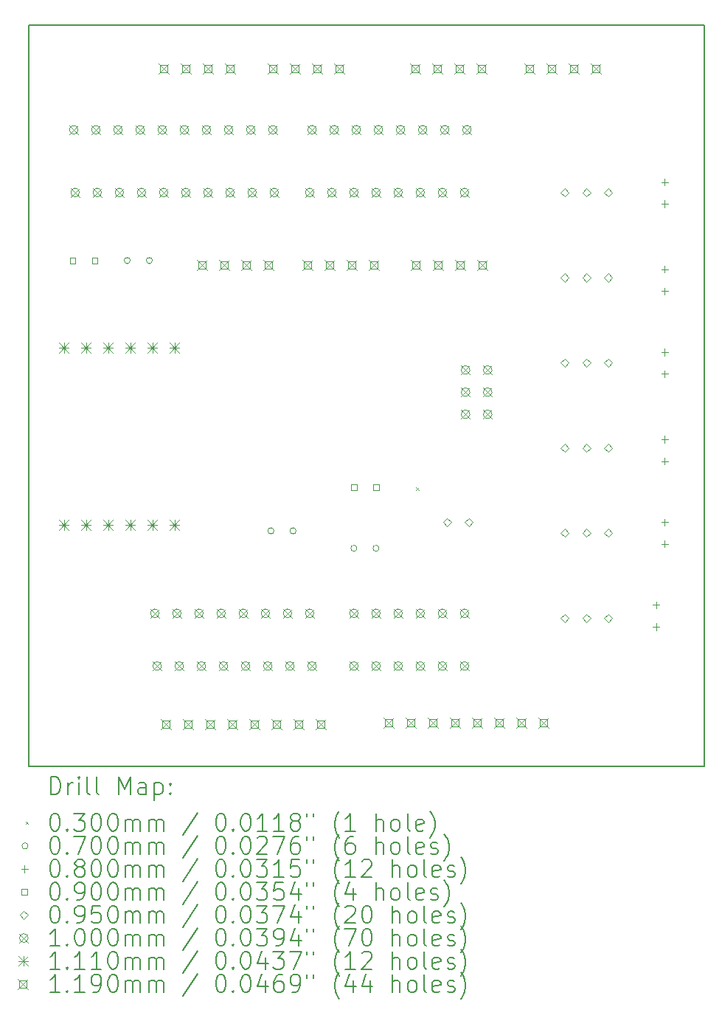
<source format=gbr>
%TF.GenerationSoftware,KiCad,Pcbnew,9.0.4*%
%TF.CreationDate,2025-10-04T10:08:07+10:00*%
%TF.ProjectId,Jet Ranger Test,4a657420-5261-46e6-9765-722054657374,rev?*%
%TF.SameCoordinates,Original*%
%TF.FileFunction,Drillmap*%
%TF.FilePolarity,Positive*%
%FSLAX45Y45*%
G04 Gerber Fmt 4.5, Leading zero omitted, Abs format (unit mm)*
G04 Created by KiCad (PCBNEW 9.0.4) date 2025-10-04 10:08:07*
%MOMM*%
%LPD*%
G01*
G04 APERTURE LIST*
%ADD10C,0.200000*%
%ADD11C,0.100000*%
%ADD12C,0.111000*%
%ADD13C,0.119000*%
G04 APERTURE END LIST*
D10*
X11350000Y-3000000D02*
X19100000Y-3000000D01*
X19100000Y-11500000D01*
X11350000Y-11500000D01*
X11350000Y-3000000D01*
D11*
X15796950Y-8303030D02*
X15826950Y-8333030D01*
X15826950Y-8303030D02*
X15796950Y-8333030D01*
X12513000Y-5700000D02*
G75*
G02*
X12443000Y-5700000I-35000J0D01*
G01*
X12443000Y-5700000D02*
G75*
G02*
X12513000Y-5700000I35000J0D01*
G01*
X12767000Y-5700000D02*
G75*
G02*
X12697000Y-5700000I-35000J0D01*
G01*
X12697000Y-5700000D02*
G75*
G02*
X12767000Y-5700000I35000J0D01*
G01*
X14163000Y-8800000D02*
G75*
G02*
X14093000Y-8800000I-35000J0D01*
G01*
X14093000Y-8800000D02*
G75*
G02*
X14163000Y-8800000I35000J0D01*
G01*
X14417000Y-8800000D02*
G75*
G02*
X14347000Y-8800000I-35000J0D01*
G01*
X14347000Y-8800000D02*
G75*
G02*
X14417000Y-8800000I35000J0D01*
G01*
X15115000Y-9000000D02*
G75*
G02*
X15045000Y-9000000I-35000J0D01*
G01*
X15045000Y-9000000D02*
G75*
G02*
X15115000Y-9000000I35000J0D01*
G01*
X15369000Y-9000000D02*
G75*
G02*
X15299000Y-9000000I-35000J0D01*
G01*
X15299000Y-9000000D02*
G75*
G02*
X15369000Y-9000000I35000J0D01*
G01*
X18550000Y-9610000D02*
X18550000Y-9690000D01*
X18510000Y-9650000D02*
X18590000Y-9650000D01*
X18550000Y-9860000D02*
X18550000Y-9940000D01*
X18510000Y-9900000D02*
X18590000Y-9900000D01*
X18650000Y-4760000D02*
X18650000Y-4840000D01*
X18610000Y-4800000D02*
X18690000Y-4800000D01*
X18650000Y-5010000D02*
X18650000Y-5090000D01*
X18610000Y-5050000D02*
X18690000Y-5050000D01*
X18650000Y-5760000D02*
X18650000Y-5840000D01*
X18610000Y-5800000D02*
X18690000Y-5800000D01*
X18650000Y-6010000D02*
X18650000Y-6090000D01*
X18610000Y-6050000D02*
X18690000Y-6050000D01*
X18650000Y-6710000D02*
X18650000Y-6790000D01*
X18610000Y-6750000D02*
X18690000Y-6750000D01*
X18650000Y-6960000D02*
X18650000Y-7040000D01*
X18610000Y-7000000D02*
X18690000Y-7000000D01*
X18650000Y-7710000D02*
X18650000Y-7790000D01*
X18610000Y-7750000D02*
X18690000Y-7750000D01*
X18650000Y-7960000D02*
X18650000Y-8040000D01*
X18610000Y-8000000D02*
X18690000Y-8000000D01*
X18650000Y-8660000D02*
X18650000Y-8740000D01*
X18610000Y-8700000D02*
X18690000Y-8700000D01*
X18650000Y-8910000D02*
X18650000Y-8990000D01*
X18610000Y-8950000D02*
X18690000Y-8950000D01*
X11881820Y-5731820D02*
X11881820Y-5668180D01*
X11818180Y-5668180D01*
X11818180Y-5731820D01*
X11881820Y-5731820D01*
X12135820Y-5731820D02*
X12135820Y-5668180D01*
X12072180Y-5668180D01*
X12072180Y-5731820D01*
X12135820Y-5731820D01*
X15111820Y-8331820D02*
X15111820Y-8268180D01*
X15048180Y-8268180D01*
X15048180Y-8331820D01*
X15111820Y-8331820D01*
X15365820Y-8331820D02*
X15365820Y-8268180D01*
X15302180Y-8268180D01*
X15302180Y-8331820D01*
X15365820Y-8331820D01*
X16150000Y-8747500D02*
X16197500Y-8700000D01*
X16150000Y-8652500D01*
X16102500Y-8700000D01*
X16150000Y-8747500D01*
X16400000Y-8747500D02*
X16447500Y-8700000D01*
X16400000Y-8652500D01*
X16352500Y-8700000D01*
X16400000Y-8747500D01*
X17500000Y-4967500D02*
X17547500Y-4920000D01*
X17500000Y-4872500D01*
X17452500Y-4920000D01*
X17500000Y-4967500D01*
X17500000Y-5943500D02*
X17547500Y-5896000D01*
X17500000Y-5848500D01*
X17452500Y-5896000D01*
X17500000Y-5943500D01*
X17500000Y-6919500D02*
X17547500Y-6872000D01*
X17500000Y-6824500D01*
X17452500Y-6872000D01*
X17500000Y-6919500D01*
X17500000Y-7895500D02*
X17547500Y-7848000D01*
X17500000Y-7800500D01*
X17452500Y-7848000D01*
X17500000Y-7895500D01*
X17500000Y-8871500D02*
X17547500Y-8824000D01*
X17500000Y-8776500D01*
X17452500Y-8824000D01*
X17500000Y-8871500D01*
X17500000Y-9847500D02*
X17547500Y-9800000D01*
X17500000Y-9752500D01*
X17452500Y-9800000D01*
X17500000Y-9847500D01*
X17750000Y-4967500D02*
X17797500Y-4920000D01*
X17750000Y-4872500D01*
X17702500Y-4920000D01*
X17750000Y-4967500D01*
X17750000Y-5943500D02*
X17797500Y-5896000D01*
X17750000Y-5848500D01*
X17702500Y-5896000D01*
X17750000Y-5943500D01*
X17750000Y-6919500D02*
X17797500Y-6872000D01*
X17750000Y-6824500D01*
X17702500Y-6872000D01*
X17750000Y-6919500D01*
X17750000Y-7895500D02*
X17797500Y-7848000D01*
X17750000Y-7800500D01*
X17702500Y-7848000D01*
X17750000Y-7895500D01*
X17750000Y-8871500D02*
X17797500Y-8824000D01*
X17750000Y-8776500D01*
X17702500Y-8824000D01*
X17750000Y-8871500D01*
X17750000Y-9847500D02*
X17797500Y-9800000D01*
X17750000Y-9752500D01*
X17702500Y-9800000D01*
X17750000Y-9847500D01*
X18000000Y-4967500D02*
X18047500Y-4920000D01*
X18000000Y-4872500D01*
X17952500Y-4920000D01*
X18000000Y-4967500D01*
X18000000Y-5943500D02*
X18047500Y-5896000D01*
X18000000Y-5848500D01*
X17952500Y-5896000D01*
X18000000Y-5943500D01*
X18000000Y-6919500D02*
X18047500Y-6872000D01*
X18000000Y-6824500D01*
X17952500Y-6872000D01*
X18000000Y-6919500D01*
X18000000Y-7895500D02*
X18047500Y-7848000D01*
X18000000Y-7800500D01*
X17952500Y-7848000D01*
X18000000Y-7895500D01*
X18000000Y-8871500D02*
X18047500Y-8824000D01*
X18000000Y-8776500D01*
X17952500Y-8824000D01*
X18000000Y-8871500D01*
X18000000Y-9847500D02*
X18047500Y-9800000D01*
X18000000Y-9752500D01*
X17952500Y-9800000D01*
X18000000Y-9847500D01*
X11814000Y-4150000D02*
X11914000Y-4250000D01*
X11914000Y-4150000D02*
X11814000Y-4250000D01*
X11914000Y-4200000D02*
G75*
G02*
X11814000Y-4200000I-50000J0D01*
G01*
X11814000Y-4200000D02*
G75*
G02*
X11914000Y-4200000I50000J0D01*
G01*
X11829600Y-4870000D02*
X11929600Y-4970000D01*
X11929600Y-4870000D02*
X11829600Y-4970000D01*
X11929600Y-4920000D02*
G75*
G02*
X11829600Y-4920000I-50000J0D01*
G01*
X11829600Y-4920000D02*
G75*
G02*
X11929600Y-4920000I50000J0D01*
G01*
X12068000Y-4150000D02*
X12168000Y-4250000D01*
X12168000Y-4150000D02*
X12068000Y-4250000D01*
X12168000Y-4200000D02*
G75*
G02*
X12068000Y-4200000I-50000J0D01*
G01*
X12068000Y-4200000D02*
G75*
G02*
X12168000Y-4200000I50000J0D01*
G01*
X12083600Y-4870000D02*
X12183600Y-4970000D01*
X12183600Y-4870000D02*
X12083600Y-4970000D01*
X12183600Y-4920000D02*
G75*
G02*
X12083600Y-4920000I-50000J0D01*
G01*
X12083600Y-4920000D02*
G75*
G02*
X12183600Y-4920000I50000J0D01*
G01*
X12322000Y-4150000D02*
X12422000Y-4250000D01*
X12422000Y-4150000D02*
X12322000Y-4250000D01*
X12422000Y-4200000D02*
G75*
G02*
X12322000Y-4200000I-50000J0D01*
G01*
X12322000Y-4200000D02*
G75*
G02*
X12422000Y-4200000I50000J0D01*
G01*
X12337600Y-4870000D02*
X12437600Y-4970000D01*
X12437600Y-4870000D02*
X12337600Y-4970000D01*
X12437600Y-4920000D02*
G75*
G02*
X12337600Y-4920000I-50000J0D01*
G01*
X12337600Y-4920000D02*
G75*
G02*
X12437600Y-4920000I50000J0D01*
G01*
X12576000Y-4150000D02*
X12676000Y-4250000D01*
X12676000Y-4150000D02*
X12576000Y-4250000D01*
X12676000Y-4200000D02*
G75*
G02*
X12576000Y-4200000I-50000J0D01*
G01*
X12576000Y-4200000D02*
G75*
G02*
X12676000Y-4200000I50000J0D01*
G01*
X12591600Y-4870000D02*
X12691600Y-4970000D01*
X12691600Y-4870000D02*
X12591600Y-4970000D01*
X12691600Y-4920000D02*
G75*
G02*
X12591600Y-4920000I-50000J0D01*
G01*
X12591600Y-4920000D02*
G75*
G02*
X12691600Y-4920000I50000J0D01*
G01*
X12744000Y-9696000D02*
X12844000Y-9796000D01*
X12844000Y-9696000D02*
X12744000Y-9796000D01*
X12844000Y-9746000D02*
G75*
G02*
X12744000Y-9746000I-50000J0D01*
G01*
X12744000Y-9746000D02*
G75*
G02*
X12844000Y-9746000I50000J0D01*
G01*
X12772000Y-10300000D02*
X12872000Y-10400000D01*
X12872000Y-10300000D02*
X12772000Y-10400000D01*
X12872000Y-10350000D02*
G75*
G02*
X12772000Y-10350000I-50000J0D01*
G01*
X12772000Y-10350000D02*
G75*
G02*
X12872000Y-10350000I50000J0D01*
G01*
X12830000Y-4150000D02*
X12930000Y-4250000D01*
X12930000Y-4150000D02*
X12830000Y-4250000D01*
X12930000Y-4200000D02*
G75*
G02*
X12830000Y-4200000I-50000J0D01*
G01*
X12830000Y-4200000D02*
G75*
G02*
X12930000Y-4200000I50000J0D01*
G01*
X12845600Y-4870000D02*
X12945600Y-4970000D01*
X12945600Y-4870000D02*
X12845600Y-4970000D01*
X12945600Y-4920000D02*
G75*
G02*
X12845600Y-4920000I-50000J0D01*
G01*
X12845600Y-4920000D02*
G75*
G02*
X12945600Y-4920000I50000J0D01*
G01*
X12998000Y-9696000D02*
X13098000Y-9796000D01*
X13098000Y-9696000D02*
X12998000Y-9796000D01*
X13098000Y-9746000D02*
G75*
G02*
X12998000Y-9746000I-50000J0D01*
G01*
X12998000Y-9746000D02*
G75*
G02*
X13098000Y-9746000I50000J0D01*
G01*
X13026000Y-10300000D02*
X13126000Y-10400000D01*
X13126000Y-10300000D02*
X13026000Y-10400000D01*
X13126000Y-10350000D02*
G75*
G02*
X13026000Y-10350000I-50000J0D01*
G01*
X13026000Y-10350000D02*
G75*
G02*
X13126000Y-10350000I50000J0D01*
G01*
X13084000Y-4150000D02*
X13184000Y-4250000D01*
X13184000Y-4150000D02*
X13084000Y-4250000D01*
X13184000Y-4200000D02*
G75*
G02*
X13084000Y-4200000I-50000J0D01*
G01*
X13084000Y-4200000D02*
G75*
G02*
X13184000Y-4200000I50000J0D01*
G01*
X13099600Y-4870000D02*
X13199600Y-4970000D01*
X13199600Y-4870000D02*
X13099600Y-4970000D01*
X13199600Y-4920000D02*
G75*
G02*
X13099600Y-4920000I-50000J0D01*
G01*
X13099600Y-4920000D02*
G75*
G02*
X13199600Y-4920000I50000J0D01*
G01*
X13252000Y-9696000D02*
X13352000Y-9796000D01*
X13352000Y-9696000D02*
X13252000Y-9796000D01*
X13352000Y-9746000D02*
G75*
G02*
X13252000Y-9746000I-50000J0D01*
G01*
X13252000Y-9746000D02*
G75*
G02*
X13352000Y-9746000I50000J0D01*
G01*
X13280000Y-10300000D02*
X13380000Y-10400000D01*
X13380000Y-10300000D02*
X13280000Y-10400000D01*
X13380000Y-10350000D02*
G75*
G02*
X13280000Y-10350000I-50000J0D01*
G01*
X13280000Y-10350000D02*
G75*
G02*
X13380000Y-10350000I50000J0D01*
G01*
X13338000Y-4150000D02*
X13438000Y-4250000D01*
X13438000Y-4150000D02*
X13338000Y-4250000D01*
X13438000Y-4200000D02*
G75*
G02*
X13338000Y-4200000I-50000J0D01*
G01*
X13338000Y-4200000D02*
G75*
G02*
X13438000Y-4200000I50000J0D01*
G01*
X13353600Y-4870000D02*
X13453600Y-4970000D01*
X13453600Y-4870000D02*
X13353600Y-4970000D01*
X13453600Y-4920000D02*
G75*
G02*
X13353600Y-4920000I-50000J0D01*
G01*
X13353600Y-4920000D02*
G75*
G02*
X13453600Y-4920000I50000J0D01*
G01*
X13506000Y-9696000D02*
X13606000Y-9796000D01*
X13606000Y-9696000D02*
X13506000Y-9796000D01*
X13606000Y-9746000D02*
G75*
G02*
X13506000Y-9746000I-50000J0D01*
G01*
X13506000Y-9746000D02*
G75*
G02*
X13606000Y-9746000I50000J0D01*
G01*
X13534000Y-10300000D02*
X13634000Y-10400000D01*
X13634000Y-10300000D02*
X13534000Y-10400000D01*
X13634000Y-10350000D02*
G75*
G02*
X13534000Y-10350000I-50000J0D01*
G01*
X13534000Y-10350000D02*
G75*
G02*
X13634000Y-10350000I50000J0D01*
G01*
X13592000Y-4150000D02*
X13692000Y-4250000D01*
X13692000Y-4150000D02*
X13592000Y-4250000D01*
X13692000Y-4200000D02*
G75*
G02*
X13592000Y-4200000I-50000J0D01*
G01*
X13592000Y-4200000D02*
G75*
G02*
X13692000Y-4200000I50000J0D01*
G01*
X13607600Y-4870000D02*
X13707600Y-4970000D01*
X13707600Y-4870000D02*
X13607600Y-4970000D01*
X13707600Y-4920000D02*
G75*
G02*
X13607600Y-4920000I-50000J0D01*
G01*
X13607600Y-4920000D02*
G75*
G02*
X13707600Y-4920000I50000J0D01*
G01*
X13760000Y-9696000D02*
X13860000Y-9796000D01*
X13860000Y-9696000D02*
X13760000Y-9796000D01*
X13860000Y-9746000D02*
G75*
G02*
X13760000Y-9746000I-50000J0D01*
G01*
X13760000Y-9746000D02*
G75*
G02*
X13860000Y-9746000I50000J0D01*
G01*
X13788000Y-10300000D02*
X13888000Y-10400000D01*
X13888000Y-10300000D02*
X13788000Y-10400000D01*
X13888000Y-10350000D02*
G75*
G02*
X13788000Y-10350000I-50000J0D01*
G01*
X13788000Y-10350000D02*
G75*
G02*
X13888000Y-10350000I50000J0D01*
G01*
X13846000Y-4150000D02*
X13946000Y-4250000D01*
X13946000Y-4150000D02*
X13846000Y-4250000D01*
X13946000Y-4200000D02*
G75*
G02*
X13846000Y-4200000I-50000J0D01*
G01*
X13846000Y-4200000D02*
G75*
G02*
X13946000Y-4200000I50000J0D01*
G01*
X13861600Y-4870000D02*
X13961600Y-4970000D01*
X13961600Y-4870000D02*
X13861600Y-4970000D01*
X13961600Y-4920000D02*
G75*
G02*
X13861600Y-4920000I-50000J0D01*
G01*
X13861600Y-4920000D02*
G75*
G02*
X13961600Y-4920000I50000J0D01*
G01*
X14014000Y-9696000D02*
X14114000Y-9796000D01*
X14114000Y-9696000D02*
X14014000Y-9796000D01*
X14114000Y-9746000D02*
G75*
G02*
X14014000Y-9746000I-50000J0D01*
G01*
X14014000Y-9746000D02*
G75*
G02*
X14114000Y-9746000I50000J0D01*
G01*
X14042000Y-10300000D02*
X14142000Y-10400000D01*
X14142000Y-10300000D02*
X14042000Y-10400000D01*
X14142000Y-10350000D02*
G75*
G02*
X14042000Y-10350000I-50000J0D01*
G01*
X14042000Y-10350000D02*
G75*
G02*
X14142000Y-10350000I50000J0D01*
G01*
X14100000Y-4150000D02*
X14200000Y-4250000D01*
X14200000Y-4150000D02*
X14100000Y-4250000D01*
X14200000Y-4200000D02*
G75*
G02*
X14100000Y-4200000I-50000J0D01*
G01*
X14100000Y-4200000D02*
G75*
G02*
X14200000Y-4200000I50000J0D01*
G01*
X14115600Y-4870000D02*
X14215600Y-4970000D01*
X14215600Y-4870000D02*
X14115600Y-4970000D01*
X14215600Y-4920000D02*
G75*
G02*
X14115600Y-4920000I-50000J0D01*
G01*
X14115600Y-4920000D02*
G75*
G02*
X14215600Y-4920000I50000J0D01*
G01*
X14268000Y-9696000D02*
X14368000Y-9796000D01*
X14368000Y-9696000D02*
X14268000Y-9796000D01*
X14368000Y-9746000D02*
G75*
G02*
X14268000Y-9746000I-50000J0D01*
G01*
X14268000Y-9746000D02*
G75*
G02*
X14368000Y-9746000I50000J0D01*
G01*
X14296000Y-10300000D02*
X14396000Y-10400000D01*
X14396000Y-10300000D02*
X14296000Y-10400000D01*
X14396000Y-10350000D02*
G75*
G02*
X14296000Y-10350000I-50000J0D01*
G01*
X14296000Y-10350000D02*
G75*
G02*
X14396000Y-10350000I50000J0D01*
G01*
X14522000Y-4870000D02*
X14622000Y-4970000D01*
X14622000Y-4870000D02*
X14522000Y-4970000D01*
X14622000Y-4920000D02*
G75*
G02*
X14522000Y-4920000I-50000J0D01*
G01*
X14522000Y-4920000D02*
G75*
G02*
X14622000Y-4920000I50000J0D01*
G01*
X14522000Y-9696000D02*
X14622000Y-9796000D01*
X14622000Y-9696000D02*
X14522000Y-9796000D01*
X14622000Y-9746000D02*
G75*
G02*
X14522000Y-9746000I-50000J0D01*
G01*
X14522000Y-9746000D02*
G75*
G02*
X14622000Y-9746000I50000J0D01*
G01*
X14550000Y-4150000D02*
X14650000Y-4250000D01*
X14650000Y-4150000D02*
X14550000Y-4250000D01*
X14650000Y-4200000D02*
G75*
G02*
X14550000Y-4200000I-50000J0D01*
G01*
X14550000Y-4200000D02*
G75*
G02*
X14650000Y-4200000I50000J0D01*
G01*
X14550000Y-10300000D02*
X14650000Y-10400000D01*
X14650000Y-10300000D02*
X14550000Y-10400000D01*
X14650000Y-10350000D02*
G75*
G02*
X14550000Y-10350000I-50000J0D01*
G01*
X14550000Y-10350000D02*
G75*
G02*
X14650000Y-10350000I50000J0D01*
G01*
X14776000Y-4870000D02*
X14876000Y-4970000D01*
X14876000Y-4870000D02*
X14776000Y-4970000D01*
X14876000Y-4920000D02*
G75*
G02*
X14776000Y-4920000I-50000J0D01*
G01*
X14776000Y-4920000D02*
G75*
G02*
X14876000Y-4920000I50000J0D01*
G01*
X14804000Y-4150000D02*
X14904000Y-4250000D01*
X14904000Y-4150000D02*
X14804000Y-4250000D01*
X14904000Y-4200000D02*
G75*
G02*
X14804000Y-4200000I-50000J0D01*
G01*
X14804000Y-4200000D02*
G75*
G02*
X14904000Y-4200000I50000J0D01*
G01*
X15030000Y-4870000D02*
X15130000Y-4970000D01*
X15130000Y-4870000D02*
X15030000Y-4970000D01*
X15130000Y-4920000D02*
G75*
G02*
X15030000Y-4920000I-50000J0D01*
G01*
X15030000Y-4920000D02*
G75*
G02*
X15130000Y-4920000I50000J0D01*
G01*
X15030000Y-9696000D02*
X15130000Y-9796000D01*
X15130000Y-9696000D02*
X15030000Y-9796000D01*
X15130000Y-9746000D02*
G75*
G02*
X15030000Y-9746000I-50000J0D01*
G01*
X15030000Y-9746000D02*
G75*
G02*
X15130000Y-9746000I50000J0D01*
G01*
X15030000Y-10300000D02*
X15130000Y-10400000D01*
X15130000Y-10300000D02*
X15030000Y-10400000D01*
X15130000Y-10350000D02*
G75*
G02*
X15030000Y-10350000I-50000J0D01*
G01*
X15030000Y-10350000D02*
G75*
G02*
X15130000Y-10350000I50000J0D01*
G01*
X15058000Y-4150000D02*
X15158000Y-4250000D01*
X15158000Y-4150000D02*
X15058000Y-4250000D01*
X15158000Y-4200000D02*
G75*
G02*
X15058000Y-4200000I-50000J0D01*
G01*
X15058000Y-4200000D02*
G75*
G02*
X15158000Y-4200000I50000J0D01*
G01*
X15284000Y-4870000D02*
X15384000Y-4970000D01*
X15384000Y-4870000D02*
X15284000Y-4970000D01*
X15384000Y-4920000D02*
G75*
G02*
X15284000Y-4920000I-50000J0D01*
G01*
X15284000Y-4920000D02*
G75*
G02*
X15384000Y-4920000I50000J0D01*
G01*
X15284000Y-9696000D02*
X15384000Y-9796000D01*
X15384000Y-9696000D02*
X15284000Y-9796000D01*
X15384000Y-9746000D02*
G75*
G02*
X15284000Y-9746000I-50000J0D01*
G01*
X15284000Y-9746000D02*
G75*
G02*
X15384000Y-9746000I50000J0D01*
G01*
X15284000Y-10300000D02*
X15384000Y-10400000D01*
X15384000Y-10300000D02*
X15284000Y-10400000D01*
X15384000Y-10350000D02*
G75*
G02*
X15284000Y-10350000I-50000J0D01*
G01*
X15284000Y-10350000D02*
G75*
G02*
X15384000Y-10350000I50000J0D01*
G01*
X15312000Y-4150000D02*
X15412000Y-4250000D01*
X15412000Y-4150000D02*
X15312000Y-4250000D01*
X15412000Y-4200000D02*
G75*
G02*
X15312000Y-4200000I-50000J0D01*
G01*
X15312000Y-4200000D02*
G75*
G02*
X15412000Y-4200000I50000J0D01*
G01*
X15538000Y-4870000D02*
X15638000Y-4970000D01*
X15638000Y-4870000D02*
X15538000Y-4970000D01*
X15638000Y-4920000D02*
G75*
G02*
X15538000Y-4920000I-50000J0D01*
G01*
X15538000Y-4920000D02*
G75*
G02*
X15638000Y-4920000I50000J0D01*
G01*
X15538000Y-9696000D02*
X15638000Y-9796000D01*
X15638000Y-9696000D02*
X15538000Y-9796000D01*
X15638000Y-9746000D02*
G75*
G02*
X15538000Y-9746000I-50000J0D01*
G01*
X15538000Y-9746000D02*
G75*
G02*
X15638000Y-9746000I50000J0D01*
G01*
X15538000Y-10300000D02*
X15638000Y-10400000D01*
X15638000Y-10300000D02*
X15538000Y-10400000D01*
X15638000Y-10350000D02*
G75*
G02*
X15538000Y-10350000I-50000J0D01*
G01*
X15538000Y-10350000D02*
G75*
G02*
X15638000Y-10350000I50000J0D01*
G01*
X15566000Y-4150000D02*
X15666000Y-4250000D01*
X15666000Y-4150000D02*
X15566000Y-4250000D01*
X15666000Y-4200000D02*
G75*
G02*
X15566000Y-4200000I-50000J0D01*
G01*
X15566000Y-4200000D02*
G75*
G02*
X15666000Y-4200000I50000J0D01*
G01*
X15792000Y-4870000D02*
X15892000Y-4970000D01*
X15892000Y-4870000D02*
X15792000Y-4970000D01*
X15892000Y-4920000D02*
G75*
G02*
X15792000Y-4920000I-50000J0D01*
G01*
X15792000Y-4920000D02*
G75*
G02*
X15892000Y-4920000I50000J0D01*
G01*
X15792000Y-9696000D02*
X15892000Y-9796000D01*
X15892000Y-9696000D02*
X15792000Y-9796000D01*
X15892000Y-9746000D02*
G75*
G02*
X15792000Y-9746000I-50000J0D01*
G01*
X15792000Y-9746000D02*
G75*
G02*
X15892000Y-9746000I50000J0D01*
G01*
X15792000Y-10300000D02*
X15892000Y-10400000D01*
X15892000Y-10300000D02*
X15792000Y-10400000D01*
X15892000Y-10350000D02*
G75*
G02*
X15792000Y-10350000I-50000J0D01*
G01*
X15792000Y-10350000D02*
G75*
G02*
X15892000Y-10350000I50000J0D01*
G01*
X15820000Y-4150000D02*
X15920000Y-4250000D01*
X15920000Y-4150000D02*
X15820000Y-4250000D01*
X15920000Y-4200000D02*
G75*
G02*
X15820000Y-4200000I-50000J0D01*
G01*
X15820000Y-4200000D02*
G75*
G02*
X15920000Y-4200000I50000J0D01*
G01*
X16046000Y-4870000D02*
X16146000Y-4970000D01*
X16146000Y-4870000D02*
X16046000Y-4970000D01*
X16146000Y-4920000D02*
G75*
G02*
X16046000Y-4920000I-50000J0D01*
G01*
X16046000Y-4920000D02*
G75*
G02*
X16146000Y-4920000I50000J0D01*
G01*
X16046000Y-9696000D02*
X16146000Y-9796000D01*
X16146000Y-9696000D02*
X16046000Y-9796000D01*
X16146000Y-9746000D02*
G75*
G02*
X16046000Y-9746000I-50000J0D01*
G01*
X16046000Y-9746000D02*
G75*
G02*
X16146000Y-9746000I50000J0D01*
G01*
X16046000Y-10300000D02*
X16146000Y-10400000D01*
X16146000Y-10300000D02*
X16046000Y-10400000D01*
X16146000Y-10350000D02*
G75*
G02*
X16046000Y-10350000I-50000J0D01*
G01*
X16046000Y-10350000D02*
G75*
G02*
X16146000Y-10350000I50000J0D01*
G01*
X16074000Y-4150000D02*
X16174000Y-4250000D01*
X16174000Y-4150000D02*
X16074000Y-4250000D01*
X16174000Y-4200000D02*
G75*
G02*
X16074000Y-4200000I-50000J0D01*
G01*
X16074000Y-4200000D02*
G75*
G02*
X16174000Y-4200000I50000J0D01*
G01*
X16300000Y-4870000D02*
X16400000Y-4970000D01*
X16400000Y-4870000D02*
X16300000Y-4970000D01*
X16400000Y-4920000D02*
G75*
G02*
X16300000Y-4920000I-50000J0D01*
G01*
X16300000Y-4920000D02*
G75*
G02*
X16400000Y-4920000I50000J0D01*
G01*
X16300000Y-9696000D02*
X16400000Y-9796000D01*
X16400000Y-9696000D02*
X16300000Y-9796000D01*
X16400000Y-9746000D02*
G75*
G02*
X16300000Y-9746000I-50000J0D01*
G01*
X16300000Y-9746000D02*
G75*
G02*
X16400000Y-9746000I50000J0D01*
G01*
X16300000Y-10300000D02*
X16400000Y-10400000D01*
X16400000Y-10300000D02*
X16300000Y-10400000D01*
X16400000Y-10350000D02*
G75*
G02*
X16300000Y-10350000I-50000J0D01*
G01*
X16300000Y-10350000D02*
G75*
G02*
X16400000Y-10350000I50000J0D01*
G01*
X16312470Y-6905220D02*
X16412470Y-7005220D01*
X16412470Y-6905220D02*
X16312470Y-7005220D01*
X16412470Y-6955220D02*
G75*
G02*
X16312470Y-6955220I-50000J0D01*
G01*
X16312470Y-6955220D02*
G75*
G02*
X16412470Y-6955220I50000J0D01*
G01*
X16312470Y-7159220D02*
X16412470Y-7259220D01*
X16412470Y-7159220D02*
X16312470Y-7259220D01*
X16412470Y-7209220D02*
G75*
G02*
X16312470Y-7209220I-50000J0D01*
G01*
X16312470Y-7209220D02*
G75*
G02*
X16412470Y-7209220I50000J0D01*
G01*
X16312470Y-7413220D02*
X16412470Y-7513220D01*
X16412470Y-7413220D02*
X16312470Y-7513220D01*
X16412470Y-7463220D02*
G75*
G02*
X16312470Y-7463220I-50000J0D01*
G01*
X16312470Y-7463220D02*
G75*
G02*
X16412470Y-7463220I50000J0D01*
G01*
X16328000Y-4150000D02*
X16428000Y-4250000D01*
X16428000Y-4150000D02*
X16328000Y-4250000D01*
X16428000Y-4200000D02*
G75*
G02*
X16328000Y-4200000I-50000J0D01*
G01*
X16328000Y-4200000D02*
G75*
G02*
X16428000Y-4200000I50000J0D01*
G01*
X16566470Y-6905220D02*
X16666470Y-7005220D01*
X16666470Y-6905220D02*
X16566470Y-7005220D01*
X16666470Y-6955220D02*
G75*
G02*
X16566470Y-6955220I-50000J0D01*
G01*
X16566470Y-6955220D02*
G75*
G02*
X16666470Y-6955220I50000J0D01*
G01*
X16566470Y-7159220D02*
X16666470Y-7259220D01*
X16666470Y-7159220D02*
X16566470Y-7259220D01*
X16666470Y-7209220D02*
G75*
G02*
X16566470Y-7209220I-50000J0D01*
G01*
X16566470Y-7209220D02*
G75*
G02*
X16666470Y-7209220I50000J0D01*
G01*
X16566470Y-7413220D02*
X16666470Y-7513220D01*
X16666470Y-7413220D02*
X16566470Y-7513220D01*
X16666470Y-7463220D02*
G75*
G02*
X16566470Y-7463220I-50000J0D01*
G01*
X16566470Y-7463220D02*
G75*
G02*
X16666470Y-7463220I50000J0D01*
G01*
D12*
X11694500Y-6644500D02*
X11805500Y-6755500D01*
X11805500Y-6644500D02*
X11694500Y-6755500D01*
X11750000Y-6644500D02*
X11750000Y-6755500D01*
X11694500Y-6700000D02*
X11805500Y-6700000D01*
X11694500Y-8676500D02*
X11805500Y-8787500D01*
X11805500Y-8676500D02*
X11694500Y-8787500D01*
X11750000Y-8676500D02*
X11750000Y-8787500D01*
X11694500Y-8732000D02*
X11805500Y-8732000D01*
X11948500Y-6644500D02*
X12059500Y-6755500D01*
X12059500Y-6644500D02*
X11948500Y-6755500D01*
X12004000Y-6644500D02*
X12004000Y-6755500D01*
X11948500Y-6700000D02*
X12059500Y-6700000D01*
X11948500Y-8676500D02*
X12059500Y-8787500D01*
X12059500Y-8676500D02*
X11948500Y-8787500D01*
X12004000Y-8676500D02*
X12004000Y-8787500D01*
X11948500Y-8732000D02*
X12059500Y-8732000D01*
X12202500Y-6644500D02*
X12313500Y-6755500D01*
X12313500Y-6644500D02*
X12202500Y-6755500D01*
X12258000Y-6644500D02*
X12258000Y-6755500D01*
X12202500Y-6700000D02*
X12313500Y-6700000D01*
X12202500Y-8676500D02*
X12313500Y-8787500D01*
X12313500Y-8676500D02*
X12202500Y-8787500D01*
X12258000Y-8676500D02*
X12258000Y-8787500D01*
X12202500Y-8732000D02*
X12313500Y-8732000D01*
X12456500Y-6644500D02*
X12567500Y-6755500D01*
X12567500Y-6644500D02*
X12456500Y-6755500D01*
X12512000Y-6644500D02*
X12512000Y-6755500D01*
X12456500Y-6700000D02*
X12567500Y-6700000D01*
X12456500Y-8676500D02*
X12567500Y-8787500D01*
X12567500Y-8676500D02*
X12456500Y-8787500D01*
X12512000Y-8676500D02*
X12512000Y-8787500D01*
X12456500Y-8732000D02*
X12567500Y-8732000D01*
X12710500Y-6644500D02*
X12821500Y-6755500D01*
X12821500Y-6644500D02*
X12710500Y-6755500D01*
X12766000Y-6644500D02*
X12766000Y-6755500D01*
X12710500Y-6700000D02*
X12821500Y-6700000D01*
X12710500Y-8676500D02*
X12821500Y-8787500D01*
X12821500Y-8676500D02*
X12710500Y-8787500D01*
X12766000Y-8676500D02*
X12766000Y-8787500D01*
X12710500Y-8732000D02*
X12821500Y-8732000D01*
X12964500Y-6644500D02*
X13075500Y-6755500D01*
X13075500Y-6644500D02*
X12964500Y-6755500D01*
X13020000Y-6644500D02*
X13020000Y-6755500D01*
X12964500Y-6700000D02*
X13075500Y-6700000D01*
X12964500Y-8676500D02*
X13075500Y-8787500D01*
X13075500Y-8676500D02*
X12964500Y-8787500D01*
X13020000Y-8676500D02*
X13020000Y-8787500D01*
X12964500Y-8732000D02*
X13075500Y-8732000D01*
D13*
X12836500Y-3440500D02*
X12955500Y-3559500D01*
X12955500Y-3440500D02*
X12836500Y-3559500D01*
X12938073Y-3542073D02*
X12938073Y-3457927D01*
X12853927Y-3457927D01*
X12853927Y-3542073D01*
X12938073Y-3542073D01*
X12862500Y-10955500D02*
X12981500Y-11074500D01*
X12981500Y-10955500D02*
X12862500Y-11074500D01*
X12964073Y-11057073D02*
X12964073Y-10972927D01*
X12879927Y-10972927D01*
X12879927Y-11057073D01*
X12964073Y-11057073D01*
X13090500Y-3440500D02*
X13209500Y-3559500D01*
X13209500Y-3440500D02*
X13090500Y-3559500D01*
X13192073Y-3542073D02*
X13192073Y-3457927D01*
X13107927Y-3457927D01*
X13107927Y-3542073D01*
X13192073Y-3542073D01*
X13116500Y-10955500D02*
X13235500Y-11074500D01*
X13235500Y-10955500D02*
X13116500Y-11074500D01*
X13218073Y-11057073D02*
X13218073Y-10972927D01*
X13133927Y-10972927D01*
X13133927Y-11057073D01*
X13218073Y-11057073D01*
X13278500Y-5690500D02*
X13397500Y-5809500D01*
X13397500Y-5690500D02*
X13278500Y-5809500D01*
X13380073Y-5792073D02*
X13380073Y-5707927D01*
X13295927Y-5707927D01*
X13295927Y-5792073D01*
X13380073Y-5792073D01*
X13344500Y-3440500D02*
X13463500Y-3559500D01*
X13463500Y-3440500D02*
X13344500Y-3559500D01*
X13446073Y-3542073D02*
X13446073Y-3457927D01*
X13361927Y-3457927D01*
X13361927Y-3542073D01*
X13446073Y-3542073D01*
X13370500Y-10955500D02*
X13489500Y-11074500D01*
X13489500Y-10955500D02*
X13370500Y-11074500D01*
X13472073Y-11057073D02*
X13472073Y-10972927D01*
X13387927Y-10972927D01*
X13387927Y-11057073D01*
X13472073Y-11057073D01*
X13532500Y-5690500D02*
X13651500Y-5809500D01*
X13651500Y-5690500D02*
X13532500Y-5809500D01*
X13634073Y-5792073D02*
X13634073Y-5707927D01*
X13549927Y-5707927D01*
X13549927Y-5792073D01*
X13634073Y-5792073D01*
X13598500Y-3440500D02*
X13717500Y-3559500D01*
X13717500Y-3440500D02*
X13598500Y-3559500D01*
X13700073Y-3542073D02*
X13700073Y-3457927D01*
X13615927Y-3457927D01*
X13615927Y-3542073D01*
X13700073Y-3542073D01*
X13624500Y-10955500D02*
X13743500Y-11074500D01*
X13743500Y-10955500D02*
X13624500Y-11074500D01*
X13726073Y-11057073D02*
X13726073Y-10972927D01*
X13641927Y-10972927D01*
X13641927Y-11057073D01*
X13726073Y-11057073D01*
X13786500Y-5690500D02*
X13905500Y-5809500D01*
X13905500Y-5690500D02*
X13786500Y-5809500D01*
X13888073Y-5792073D02*
X13888073Y-5707927D01*
X13803927Y-5707927D01*
X13803927Y-5792073D01*
X13888073Y-5792073D01*
X13878500Y-10955500D02*
X13997500Y-11074500D01*
X13997500Y-10955500D02*
X13878500Y-11074500D01*
X13980073Y-11057073D02*
X13980073Y-10972927D01*
X13895927Y-10972927D01*
X13895927Y-11057073D01*
X13980073Y-11057073D01*
X14040500Y-5690500D02*
X14159500Y-5809500D01*
X14159500Y-5690500D02*
X14040500Y-5809500D01*
X14142073Y-5792073D02*
X14142073Y-5707927D01*
X14057927Y-5707927D01*
X14057927Y-5792073D01*
X14142073Y-5792073D01*
X14090500Y-3440500D02*
X14209500Y-3559500D01*
X14209500Y-3440500D02*
X14090500Y-3559500D01*
X14192073Y-3542073D02*
X14192073Y-3457927D01*
X14107927Y-3457927D01*
X14107927Y-3542073D01*
X14192073Y-3542073D01*
X14132500Y-10955500D02*
X14251500Y-11074500D01*
X14251500Y-10955500D02*
X14132500Y-11074500D01*
X14234073Y-11057073D02*
X14234073Y-10972927D01*
X14149927Y-10972927D01*
X14149927Y-11057073D01*
X14234073Y-11057073D01*
X14344500Y-3440500D02*
X14463500Y-3559500D01*
X14463500Y-3440500D02*
X14344500Y-3559500D01*
X14446073Y-3542073D02*
X14446073Y-3457927D01*
X14361927Y-3457927D01*
X14361927Y-3542073D01*
X14446073Y-3542073D01*
X14386500Y-10955500D02*
X14505500Y-11074500D01*
X14505500Y-10955500D02*
X14386500Y-11074500D01*
X14488073Y-11057073D02*
X14488073Y-10972927D01*
X14403927Y-10972927D01*
X14403927Y-11057073D01*
X14488073Y-11057073D01*
X14486500Y-5690500D02*
X14605500Y-5809500D01*
X14605500Y-5690500D02*
X14486500Y-5809500D01*
X14588073Y-5792073D02*
X14588073Y-5707927D01*
X14503927Y-5707927D01*
X14503927Y-5792073D01*
X14588073Y-5792073D01*
X14598500Y-3440500D02*
X14717500Y-3559500D01*
X14717500Y-3440500D02*
X14598500Y-3559500D01*
X14700073Y-3542073D02*
X14700073Y-3457927D01*
X14615927Y-3457927D01*
X14615927Y-3542073D01*
X14700073Y-3542073D01*
X14640500Y-10955500D02*
X14759500Y-11074500D01*
X14759500Y-10955500D02*
X14640500Y-11074500D01*
X14742073Y-11057073D02*
X14742073Y-10972927D01*
X14657927Y-10972927D01*
X14657927Y-11057073D01*
X14742073Y-11057073D01*
X14740500Y-5690500D02*
X14859500Y-5809500D01*
X14859500Y-5690500D02*
X14740500Y-5809500D01*
X14842073Y-5792073D02*
X14842073Y-5707927D01*
X14757927Y-5707927D01*
X14757927Y-5792073D01*
X14842073Y-5792073D01*
X14852500Y-3440500D02*
X14971500Y-3559500D01*
X14971500Y-3440500D02*
X14852500Y-3559500D01*
X14954073Y-3542073D02*
X14954073Y-3457927D01*
X14869927Y-3457927D01*
X14869927Y-3542073D01*
X14954073Y-3542073D01*
X14994500Y-5690500D02*
X15113500Y-5809500D01*
X15113500Y-5690500D02*
X14994500Y-5809500D01*
X15096073Y-5792073D02*
X15096073Y-5707927D01*
X15011927Y-5707927D01*
X15011927Y-5792073D01*
X15096073Y-5792073D01*
X15248500Y-5690500D02*
X15367500Y-5809500D01*
X15367500Y-5690500D02*
X15248500Y-5809500D01*
X15350073Y-5792073D02*
X15350073Y-5707927D01*
X15265927Y-5707927D01*
X15265927Y-5792073D01*
X15350073Y-5792073D01*
X15416500Y-10940500D02*
X15535500Y-11059500D01*
X15535500Y-10940500D02*
X15416500Y-11059500D01*
X15518073Y-11042073D02*
X15518073Y-10957927D01*
X15433927Y-10957927D01*
X15433927Y-11042073D01*
X15518073Y-11042073D01*
X15670500Y-10940500D02*
X15789500Y-11059500D01*
X15789500Y-10940500D02*
X15670500Y-11059500D01*
X15772073Y-11042073D02*
X15772073Y-10957927D01*
X15687927Y-10957927D01*
X15687927Y-11042073D01*
X15772073Y-11042073D01*
X15728500Y-3440500D02*
X15847500Y-3559500D01*
X15847500Y-3440500D02*
X15728500Y-3559500D01*
X15830073Y-3542073D02*
X15830073Y-3457927D01*
X15745927Y-3457927D01*
X15745927Y-3542073D01*
X15830073Y-3542073D01*
X15732500Y-5690500D02*
X15851500Y-5809500D01*
X15851500Y-5690500D02*
X15732500Y-5809500D01*
X15834073Y-5792073D02*
X15834073Y-5707927D01*
X15749927Y-5707927D01*
X15749927Y-5792073D01*
X15834073Y-5792073D01*
X15924500Y-10940500D02*
X16043500Y-11059500D01*
X16043500Y-10940500D02*
X15924500Y-11059500D01*
X16026073Y-11042073D02*
X16026073Y-10957927D01*
X15941927Y-10957927D01*
X15941927Y-11042073D01*
X16026073Y-11042073D01*
X15982500Y-3440500D02*
X16101500Y-3559500D01*
X16101500Y-3440500D02*
X15982500Y-3559500D01*
X16084073Y-3542073D02*
X16084073Y-3457927D01*
X15999927Y-3457927D01*
X15999927Y-3542073D01*
X16084073Y-3542073D01*
X15986500Y-5690500D02*
X16105500Y-5809500D01*
X16105500Y-5690500D02*
X15986500Y-5809500D01*
X16088073Y-5792073D02*
X16088073Y-5707927D01*
X16003927Y-5707927D01*
X16003927Y-5792073D01*
X16088073Y-5792073D01*
X16178500Y-10940500D02*
X16297500Y-11059500D01*
X16297500Y-10940500D02*
X16178500Y-11059500D01*
X16280073Y-11042073D02*
X16280073Y-10957927D01*
X16195927Y-10957927D01*
X16195927Y-11042073D01*
X16280073Y-11042073D01*
X16236500Y-3440500D02*
X16355500Y-3559500D01*
X16355500Y-3440500D02*
X16236500Y-3559500D01*
X16338073Y-3542073D02*
X16338073Y-3457927D01*
X16253927Y-3457927D01*
X16253927Y-3542073D01*
X16338073Y-3542073D01*
X16240500Y-5690500D02*
X16359500Y-5809500D01*
X16359500Y-5690500D02*
X16240500Y-5809500D01*
X16342073Y-5792073D02*
X16342073Y-5707927D01*
X16257927Y-5707927D01*
X16257927Y-5792073D01*
X16342073Y-5792073D01*
X16432500Y-10940500D02*
X16551500Y-11059500D01*
X16551500Y-10940500D02*
X16432500Y-11059500D01*
X16534073Y-11042073D02*
X16534073Y-10957927D01*
X16449927Y-10957927D01*
X16449927Y-11042073D01*
X16534073Y-11042073D01*
X16490500Y-3440500D02*
X16609500Y-3559500D01*
X16609500Y-3440500D02*
X16490500Y-3559500D01*
X16592073Y-3542073D02*
X16592073Y-3457927D01*
X16507927Y-3457927D01*
X16507927Y-3542073D01*
X16592073Y-3542073D01*
X16494500Y-5690500D02*
X16613500Y-5809500D01*
X16613500Y-5690500D02*
X16494500Y-5809500D01*
X16596073Y-5792073D02*
X16596073Y-5707927D01*
X16511927Y-5707927D01*
X16511927Y-5792073D01*
X16596073Y-5792073D01*
X16686500Y-10940500D02*
X16805500Y-11059500D01*
X16805500Y-10940500D02*
X16686500Y-11059500D01*
X16788073Y-11042073D02*
X16788073Y-10957927D01*
X16703927Y-10957927D01*
X16703927Y-11042073D01*
X16788073Y-11042073D01*
X16940500Y-10940500D02*
X17059500Y-11059500D01*
X17059500Y-10940500D02*
X16940500Y-11059500D01*
X17042073Y-11042073D02*
X17042073Y-10957927D01*
X16957927Y-10957927D01*
X16957927Y-11042073D01*
X17042073Y-11042073D01*
X17040500Y-3440500D02*
X17159500Y-3559500D01*
X17159500Y-3440500D02*
X17040500Y-3559500D01*
X17142073Y-3542073D02*
X17142073Y-3457927D01*
X17057927Y-3457927D01*
X17057927Y-3542073D01*
X17142073Y-3542073D01*
X17194500Y-10940500D02*
X17313500Y-11059500D01*
X17313500Y-10940500D02*
X17194500Y-11059500D01*
X17296073Y-11042073D02*
X17296073Y-10957927D01*
X17211927Y-10957927D01*
X17211927Y-11042073D01*
X17296073Y-11042073D01*
X17294500Y-3440500D02*
X17413500Y-3559500D01*
X17413500Y-3440500D02*
X17294500Y-3559500D01*
X17396073Y-3542073D02*
X17396073Y-3457927D01*
X17311927Y-3457927D01*
X17311927Y-3542073D01*
X17396073Y-3542073D01*
X17548500Y-3440500D02*
X17667500Y-3559500D01*
X17667500Y-3440500D02*
X17548500Y-3559500D01*
X17650073Y-3542073D02*
X17650073Y-3457927D01*
X17565927Y-3457927D01*
X17565927Y-3542073D01*
X17650073Y-3542073D01*
X17802500Y-3440500D02*
X17921500Y-3559500D01*
X17921500Y-3440500D02*
X17802500Y-3559500D01*
X17904073Y-3542073D02*
X17904073Y-3457927D01*
X17819927Y-3457927D01*
X17819927Y-3542073D01*
X17904073Y-3542073D01*
D10*
X11600777Y-11821484D02*
X11600777Y-11621484D01*
X11600777Y-11621484D02*
X11648396Y-11621484D01*
X11648396Y-11621484D02*
X11676967Y-11631008D01*
X11676967Y-11631008D02*
X11696015Y-11650055D01*
X11696015Y-11650055D02*
X11705539Y-11669103D01*
X11705539Y-11669103D02*
X11715062Y-11707198D01*
X11715062Y-11707198D02*
X11715062Y-11735769D01*
X11715062Y-11735769D02*
X11705539Y-11773865D01*
X11705539Y-11773865D02*
X11696015Y-11792912D01*
X11696015Y-11792912D02*
X11676967Y-11811960D01*
X11676967Y-11811960D02*
X11648396Y-11821484D01*
X11648396Y-11821484D02*
X11600777Y-11821484D01*
X11800777Y-11821484D02*
X11800777Y-11688150D01*
X11800777Y-11726246D02*
X11810301Y-11707198D01*
X11810301Y-11707198D02*
X11819824Y-11697674D01*
X11819824Y-11697674D02*
X11838872Y-11688150D01*
X11838872Y-11688150D02*
X11857920Y-11688150D01*
X11924586Y-11821484D02*
X11924586Y-11688150D01*
X11924586Y-11621484D02*
X11915062Y-11631008D01*
X11915062Y-11631008D02*
X11924586Y-11640531D01*
X11924586Y-11640531D02*
X11934110Y-11631008D01*
X11934110Y-11631008D02*
X11924586Y-11621484D01*
X11924586Y-11621484D02*
X11924586Y-11640531D01*
X12048396Y-11821484D02*
X12029348Y-11811960D01*
X12029348Y-11811960D02*
X12019824Y-11792912D01*
X12019824Y-11792912D02*
X12019824Y-11621484D01*
X12153158Y-11821484D02*
X12134110Y-11811960D01*
X12134110Y-11811960D02*
X12124586Y-11792912D01*
X12124586Y-11792912D02*
X12124586Y-11621484D01*
X12381729Y-11821484D02*
X12381729Y-11621484D01*
X12381729Y-11621484D02*
X12448396Y-11764341D01*
X12448396Y-11764341D02*
X12515062Y-11621484D01*
X12515062Y-11621484D02*
X12515062Y-11821484D01*
X12696015Y-11821484D02*
X12696015Y-11716722D01*
X12696015Y-11716722D02*
X12686491Y-11697674D01*
X12686491Y-11697674D02*
X12667443Y-11688150D01*
X12667443Y-11688150D02*
X12629348Y-11688150D01*
X12629348Y-11688150D02*
X12610301Y-11697674D01*
X12696015Y-11811960D02*
X12676967Y-11821484D01*
X12676967Y-11821484D02*
X12629348Y-11821484D01*
X12629348Y-11821484D02*
X12610301Y-11811960D01*
X12610301Y-11811960D02*
X12600777Y-11792912D01*
X12600777Y-11792912D02*
X12600777Y-11773865D01*
X12600777Y-11773865D02*
X12610301Y-11754817D01*
X12610301Y-11754817D02*
X12629348Y-11745293D01*
X12629348Y-11745293D02*
X12676967Y-11745293D01*
X12676967Y-11745293D02*
X12696015Y-11735769D01*
X12791253Y-11688150D02*
X12791253Y-11888150D01*
X12791253Y-11697674D02*
X12810301Y-11688150D01*
X12810301Y-11688150D02*
X12848396Y-11688150D01*
X12848396Y-11688150D02*
X12867443Y-11697674D01*
X12867443Y-11697674D02*
X12876967Y-11707198D01*
X12876967Y-11707198D02*
X12886491Y-11726246D01*
X12886491Y-11726246D02*
X12886491Y-11783388D01*
X12886491Y-11783388D02*
X12876967Y-11802436D01*
X12876967Y-11802436D02*
X12867443Y-11811960D01*
X12867443Y-11811960D02*
X12848396Y-11821484D01*
X12848396Y-11821484D02*
X12810301Y-11821484D01*
X12810301Y-11821484D02*
X12791253Y-11811960D01*
X12972205Y-11802436D02*
X12981729Y-11811960D01*
X12981729Y-11811960D02*
X12972205Y-11821484D01*
X12972205Y-11821484D02*
X12962682Y-11811960D01*
X12962682Y-11811960D02*
X12972205Y-11802436D01*
X12972205Y-11802436D02*
X12972205Y-11821484D01*
X12972205Y-11697674D02*
X12981729Y-11707198D01*
X12981729Y-11707198D02*
X12972205Y-11716722D01*
X12972205Y-11716722D02*
X12962682Y-11707198D01*
X12962682Y-11707198D02*
X12972205Y-11697674D01*
X12972205Y-11697674D02*
X12972205Y-11716722D01*
D11*
X11310000Y-12135000D02*
X11340000Y-12165000D01*
X11340000Y-12135000D02*
X11310000Y-12165000D01*
D10*
X11638872Y-12041484D02*
X11657920Y-12041484D01*
X11657920Y-12041484D02*
X11676967Y-12051008D01*
X11676967Y-12051008D02*
X11686491Y-12060531D01*
X11686491Y-12060531D02*
X11696015Y-12079579D01*
X11696015Y-12079579D02*
X11705539Y-12117674D01*
X11705539Y-12117674D02*
X11705539Y-12165293D01*
X11705539Y-12165293D02*
X11696015Y-12203388D01*
X11696015Y-12203388D02*
X11686491Y-12222436D01*
X11686491Y-12222436D02*
X11676967Y-12231960D01*
X11676967Y-12231960D02*
X11657920Y-12241484D01*
X11657920Y-12241484D02*
X11638872Y-12241484D01*
X11638872Y-12241484D02*
X11619824Y-12231960D01*
X11619824Y-12231960D02*
X11610301Y-12222436D01*
X11610301Y-12222436D02*
X11600777Y-12203388D01*
X11600777Y-12203388D02*
X11591253Y-12165293D01*
X11591253Y-12165293D02*
X11591253Y-12117674D01*
X11591253Y-12117674D02*
X11600777Y-12079579D01*
X11600777Y-12079579D02*
X11610301Y-12060531D01*
X11610301Y-12060531D02*
X11619824Y-12051008D01*
X11619824Y-12051008D02*
X11638872Y-12041484D01*
X11791253Y-12222436D02*
X11800777Y-12231960D01*
X11800777Y-12231960D02*
X11791253Y-12241484D01*
X11791253Y-12241484D02*
X11781729Y-12231960D01*
X11781729Y-12231960D02*
X11791253Y-12222436D01*
X11791253Y-12222436D02*
X11791253Y-12241484D01*
X11867443Y-12041484D02*
X11991253Y-12041484D01*
X11991253Y-12041484D02*
X11924586Y-12117674D01*
X11924586Y-12117674D02*
X11953158Y-12117674D01*
X11953158Y-12117674D02*
X11972205Y-12127198D01*
X11972205Y-12127198D02*
X11981729Y-12136722D01*
X11981729Y-12136722D02*
X11991253Y-12155769D01*
X11991253Y-12155769D02*
X11991253Y-12203388D01*
X11991253Y-12203388D02*
X11981729Y-12222436D01*
X11981729Y-12222436D02*
X11972205Y-12231960D01*
X11972205Y-12231960D02*
X11953158Y-12241484D01*
X11953158Y-12241484D02*
X11896015Y-12241484D01*
X11896015Y-12241484D02*
X11876967Y-12231960D01*
X11876967Y-12231960D02*
X11867443Y-12222436D01*
X12115062Y-12041484D02*
X12134110Y-12041484D01*
X12134110Y-12041484D02*
X12153158Y-12051008D01*
X12153158Y-12051008D02*
X12162682Y-12060531D01*
X12162682Y-12060531D02*
X12172205Y-12079579D01*
X12172205Y-12079579D02*
X12181729Y-12117674D01*
X12181729Y-12117674D02*
X12181729Y-12165293D01*
X12181729Y-12165293D02*
X12172205Y-12203388D01*
X12172205Y-12203388D02*
X12162682Y-12222436D01*
X12162682Y-12222436D02*
X12153158Y-12231960D01*
X12153158Y-12231960D02*
X12134110Y-12241484D01*
X12134110Y-12241484D02*
X12115062Y-12241484D01*
X12115062Y-12241484D02*
X12096015Y-12231960D01*
X12096015Y-12231960D02*
X12086491Y-12222436D01*
X12086491Y-12222436D02*
X12076967Y-12203388D01*
X12076967Y-12203388D02*
X12067443Y-12165293D01*
X12067443Y-12165293D02*
X12067443Y-12117674D01*
X12067443Y-12117674D02*
X12076967Y-12079579D01*
X12076967Y-12079579D02*
X12086491Y-12060531D01*
X12086491Y-12060531D02*
X12096015Y-12051008D01*
X12096015Y-12051008D02*
X12115062Y-12041484D01*
X12305539Y-12041484D02*
X12324586Y-12041484D01*
X12324586Y-12041484D02*
X12343634Y-12051008D01*
X12343634Y-12051008D02*
X12353158Y-12060531D01*
X12353158Y-12060531D02*
X12362682Y-12079579D01*
X12362682Y-12079579D02*
X12372205Y-12117674D01*
X12372205Y-12117674D02*
X12372205Y-12165293D01*
X12372205Y-12165293D02*
X12362682Y-12203388D01*
X12362682Y-12203388D02*
X12353158Y-12222436D01*
X12353158Y-12222436D02*
X12343634Y-12231960D01*
X12343634Y-12231960D02*
X12324586Y-12241484D01*
X12324586Y-12241484D02*
X12305539Y-12241484D01*
X12305539Y-12241484D02*
X12286491Y-12231960D01*
X12286491Y-12231960D02*
X12276967Y-12222436D01*
X12276967Y-12222436D02*
X12267443Y-12203388D01*
X12267443Y-12203388D02*
X12257920Y-12165293D01*
X12257920Y-12165293D02*
X12257920Y-12117674D01*
X12257920Y-12117674D02*
X12267443Y-12079579D01*
X12267443Y-12079579D02*
X12276967Y-12060531D01*
X12276967Y-12060531D02*
X12286491Y-12051008D01*
X12286491Y-12051008D02*
X12305539Y-12041484D01*
X12457920Y-12241484D02*
X12457920Y-12108150D01*
X12457920Y-12127198D02*
X12467443Y-12117674D01*
X12467443Y-12117674D02*
X12486491Y-12108150D01*
X12486491Y-12108150D02*
X12515063Y-12108150D01*
X12515063Y-12108150D02*
X12534110Y-12117674D01*
X12534110Y-12117674D02*
X12543634Y-12136722D01*
X12543634Y-12136722D02*
X12543634Y-12241484D01*
X12543634Y-12136722D02*
X12553158Y-12117674D01*
X12553158Y-12117674D02*
X12572205Y-12108150D01*
X12572205Y-12108150D02*
X12600777Y-12108150D01*
X12600777Y-12108150D02*
X12619824Y-12117674D01*
X12619824Y-12117674D02*
X12629348Y-12136722D01*
X12629348Y-12136722D02*
X12629348Y-12241484D01*
X12724586Y-12241484D02*
X12724586Y-12108150D01*
X12724586Y-12127198D02*
X12734110Y-12117674D01*
X12734110Y-12117674D02*
X12753158Y-12108150D01*
X12753158Y-12108150D02*
X12781729Y-12108150D01*
X12781729Y-12108150D02*
X12800777Y-12117674D01*
X12800777Y-12117674D02*
X12810301Y-12136722D01*
X12810301Y-12136722D02*
X12810301Y-12241484D01*
X12810301Y-12136722D02*
X12819824Y-12117674D01*
X12819824Y-12117674D02*
X12838872Y-12108150D01*
X12838872Y-12108150D02*
X12867443Y-12108150D01*
X12867443Y-12108150D02*
X12886491Y-12117674D01*
X12886491Y-12117674D02*
X12896015Y-12136722D01*
X12896015Y-12136722D02*
X12896015Y-12241484D01*
X13286491Y-12031960D02*
X13115063Y-12289103D01*
X13543634Y-12041484D02*
X13562682Y-12041484D01*
X13562682Y-12041484D02*
X13581729Y-12051008D01*
X13581729Y-12051008D02*
X13591253Y-12060531D01*
X13591253Y-12060531D02*
X13600777Y-12079579D01*
X13600777Y-12079579D02*
X13610301Y-12117674D01*
X13610301Y-12117674D02*
X13610301Y-12165293D01*
X13610301Y-12165293D02*
X13600777Y-12203388D01*
X13600777Y-12203388D02*
X13591253Y-12222436D01*
X13591253Y-12222436D02*
X13581729Y-12231960D01*
X13581729Y-12231960D02*
X13562682Y-12241484D01*
X13562682Y-12241484D02*
X13543634Y-12241484D01*
X13543634Y-12241484D02*
X13524586Y-12231960D01*
X13524586Y-12231960D02*
X13515063Y-12222436D01*
X13515063Y-12222436D02*
X13505539Y-12203388D01*
X13505539Y-12203388D02*
X13496015Y-12165293D01*
X13496015Y-12165293D02*
X13496015Y-12117674D01*
X13496015Y-12117674D02*
X13505539Y-12079579D01*
X13505539Y-12079579D02*
X13515063Y-12060531D01*
X13515063Y-12060531D02*
X13524586Y-12051008D01*
X13524586Y-12051008D02*
X13543634Y-12041484D01*
X13696015Y-12222436D02*
X13705539Y-12231960D01*
X13705539Y-12231960D02*
X13696015Y-12241484D01*
X13696015Y-12241484D02*
X13686491Y-12231960D01*
X13686491Y-12231960D02*
X13696015Y-12222436D01*
X13696015Y-12222436D02*
X13696015Y-12241484D01*
X13829348Y-12041484D02*
X13848396Y-12041484D01*
X13848396Y-12041484D02*
X13867444Y-12051008D01*
X13867444Y-12051008D02*
X13876967Y-12060531D01*
X13876967Y-12060531D02*
X13886491Y-12079579D01*
X13886491Y-12079579D02*
X13896015Y-12117674D01*
X13896015Y-12117674D02*
X13896015Y-12165293D01*
X13896015Y-12165293D02*
X13886491Y-12203388D01*
X13886491Y-12203388D02*
X13876967Y-12222436D01*
X13876967Y-12222436D02*
X13867444Y-12231960D01*
X13867444Y-12231960D02*
X13848396Y-12241484D01*
X13848396Y-12241484D02*
X13829348Y-12241484D01*
X13829348Y-12241484D02*
X13810301Y-12231960D01*
X13810301Y-12231960D02*
X13800777Y-12222436D01*
X13800777Y-12222436D02*
X13791253Y-12203388D01*
X13791253Y-12203388D02*
X13781729Y-12165293D01*
X13781729Y-12165293D02*
X13781729Y-12117674D01*
X13781729Y-12117674D02*
X13791253Y-12079579D01*
X13791253Y-12079579D02*
X13800777Y-12060531D01*
X13800777Y-12060531D02*
X13810301Y-12051008D01*
X13810301Y-12051008D02*
X13829348Y-12041484D01*
X14086491Y-12241484D02*
X13972206Y-12241484D01*
X14029348Y-12241484D02*
X14029348Y-12041484D01*
X14029348Y-12041484D02*
X14010301Y-12070055D01*
X14010301Y-12070055D02*
X13991253Y-12089103D01*
X13991253Y-12089103D02*
X13972206Y-12098627D01*
X14276967Y-12241484D02*
X14162682Y-12241484D01*
X14219825Y-12241484D02*
X14219825Y-12041484D01*
X14219825Y-12041484D02*
X14200777Y-12070055D01*
X14200777Y-12070055D02*
X14181729Y-12089103D01*
X14181729Y-12089103D02*
X14162682Y-12098627D01*
X14391253Y-12127198D02*
X14372206Y-12117674D01*
X14372206Y-12117674D02*
X14362682Y-12108150D01*
X14362682Y-12108150D02*
X14353158Y-12089103D01*
X14353158Y-12089103D02*
X14353158Y-12079579D01*
X14353158Y-12079579D02*
X14362682Y-12060531D01*
X14362682Y-12060531D02*
X14372206Y-12051008D01*
X14372206Y-12051008D02*
X14391253Y-12041484D01*
X14391253Y-12041484D02*
X14429348Y-12041484D01*
X14429348Y-12041484D02*
X14448396Y-12051008D01*
X14448396Y-12051008D02*
X14457920Y-12060531D01*
X14457920Y-12060531D02*
X14467444Y-12079579D01*
X14467444Y-12079579D02*
X14467444Y-12089103D01*
X14467444Y-12089103D02*
X14457920Y-12108150D01*
X14457920Y-12108150D02*
X14448396Y-12117674D01*
X14448396Y-12117674D02*
X14429348Y-12127198D01*
X14429348Y-12127198D02*
X14391253Y-12127198D01*
X14391253Y-12127198D02*
X14372206Y-12136722D01*
X14372206Y-12136722D02*
X14362682Y-12146246D01*
X14362682Y-12146246D02*
X14353158Y-12165293D01*
X14353158Y-12165293D02*
X14353158Y-12203388D01*
X14353158Y-12203388D02*
X14362682Y-12222436D01*
X14362682Y-12222436D02*
X14372206Y-12231960D01*
X14372206Y-12231960D02*
X14391253Y-12241484D01*
X14391253Y-12241484D02*
X14429348Y-12241484D01*
X14429348Y-12241484D02*
X14448396Y-12231960D01*
X14448396Y-12231960D02*
X14457920Y-12222436D01*
X14457920Y-12222436D02*
X14467444Y-12203388D01*
X14467444Y-12203388D02*
X14467444Y-12165293D01*
X14467444Y-12165293D02*
X14457920Y-12146246D01*
X14457920Y-12146246D02*
X14448396Y-12136722D01*
X14448396Y-12136722D02*
X14429348Y-12127198D01*
X14543634Y-12041484D02*
X14543634Y-12079579D01*
X14619825Y-12041484D02*
X14619825Y-12079579D01*
X14915063Y-12317674D02*
X14905539Y-12308150D01*
X14905539Y-12308150D02*
X14886491Y-12279579D01*
X14886491Y-12279579D02*
X14876968Y-12260531D01*
X14876968Y-12260531D02*
X14867444Y-12231960D01*
X14867444Y-12231960D02*
X14857920Y-12184341D01*
X14857920Y-12184341D02*
X14857920Y-12146246D01*
X14857920Y-12146246D02*
X14867444Y-12098627D01*
X14867444Y-12098627D02*
X14876968Y-12070055D01*
X14876968Y-12070055D02*
X14886491Y-12051008D01*
X14886491Y-12051008D02*
X14905539Y-12022436D01*
X14905539Y-12022436D02*
X14915063Y-12012912D01*
X15096015Y-12241484D02*
X14981729Y-12241484D01*
X15038872Y-12241484D02*
X15038872Y-12041484D01*
X15038872Y-12041484D02*
X15019825Y-12070055D01*
X15019825Y-12070055D02*
X15000777Y-12089103D01*
X15000777Y-12089103D02*
X14981729Y-12098627D01*
X15334110Y-12241484D02*
X15334110Y-12041484D01*
X15419825Y-12241484D02*
X15419825Y-12136722D01*
X15419825Y-12136722D02*
X15410301Y-12117674D01*
X15410301Y-12117674D02*
X15391253Y-12108150D01*
X15391253Y-12108150D02*
X15362682Y-12108150D01*
X15362682Y-12108150D02*
X15343634Y-12117674D01*
X15343634Y-12117674D02*
X15334110Y-12127198D01*
X15543634Y-12241484D02*
X15524587Y-12231960D01*
X15524587Y-12231960D02*
X15515063Y-12222436D01*
X15515063Y-12222436D02*
X15505539Y-12203388D01*
X15505539Y-12203388D02*
X15505539Y-12146246D01*
X15505539Y-12146246D02*
X15515063Y-12127198D01*
X15515063Y-12127198D02*
X15524587Y-12117674D01*
X15524587Y-12117674D02*
X15543634Y-12108150D01*
X15543634Y-12108150D02*
X15572206Y-12108150D01*
X15572206Y-12108150D02*
X15591253Y-12117674D01*
X15591253Y-12117674D02*
X15600777Y-12127198D01*
X15600777Y-12127198D02*
X15610301Y-12146246D01*
X15610301Y-12146246D02*
X15610301Y-12203388D01*
X15610301Y-12203388D02*
X15600777Y-12222436D01*
X15600777Y-12222436D02*
X15591253Y-12231960D01*
X15591253Y-12231960D02*
X15572206Y-12241484D01*
X15572206Y-12241484D02*
X15543634Y-12241484D01*
X15724587Y-12241484D02*
X15705539Y-12231960D01*
X15705539Y-12231960D02*
X15696015Y-12212912D01*
X15696015Y-12212912D02*
X15696015Y-12041484D01*
X15876968Y-12231960D02*
X15857920Y-12241484D01*
X15857920Y-12241484D02*
X15819825Y-12241484D01*
X15819825Y-12241484D02*
X15800777Y-12231960D01*
X15800777Y-12231960D02*
X15791253Y-12212912D01*
X15791253Y-12212912D02*
X15791253Y-12136722D01*
X15791253Y-12136722D02*
X15800777Y-12117674D01*
X15800777Y-12117674D02*
X15819825Y-12108150D01*
X15819825Y-12108150D02*
X15857920Y-12108150D01*
X15857920Y-12108150D02*
X15876968Y-12117674D01*
X15876968Y-12117674D02*
X15886491Y-12136722D01*
X15886491Y-12136722D02*
X15886491Y-12155769D01*
X15886491Y-12155769D02*
X15791253Y-12174817D01*
X15953158Y-12317674D02*
X15962682Y-12308150D01*
X15962682Y-12308150D02*
X15981730Y-12279579D01*
X15981730Y-12279579D02*
X15991253Y-12260531D01*
X15991253Y-12260531D02*
X16000777Y-12231960D01*
X16000777Y-12231960D02*
X16010301Y-12184341D01*
X16010301Y-12184341D02*
X16010301Y-12146246D01*
X16010301Y-12146246D02*
X16000777Y-12098627D01*
X16000777Y-12098627D02*
X15991253Y-12070055D01*
X15991253Y-12070055D02*
X15981730Y-12051008D01*
X15981730Y-12051008D02*
X15962682Y-12022436D01*
X15962682Y-12022436D02*
X15953158Y-12012912D01*
D11*
X11340000Y-12414000D02*
G75*
G02*
X11270000Y-12414000I-35000J0D01*
G01*
X11270000Y-12414000D02*
G75*
G02*
X11340000Y-12414000I35000J0D01*
G01*
D10*
X11638872Y-12305484D02*
X11657920Y-12305484D01*
X11657920Y-12305484D02*
X11676967Y-12315008D01*
X11676967Y-12315008D02*
X11686491Y-12324531D01*
X11686491Y-12324531D02*
X11696015Y-12343579D01*
X11696015Y-12343579D02*
X11705539Y-12381674D01*
X11705539Y-12381674D02*
X11705539Y-12429293D01*
X11705539Y-12429293D02*
X11696015Y-12467388D01*
X11696015Y-12467388D02*
X11686491Y-12486436D01*
X11686491Y-12486436D02*
X11676967Y-12495960D01*
X11676967Y-12495960D02*
X11657920Y-12505484D01*
X11657920Y-12505484D02*
X11638872Y-12505484D01*
X11638872Y-12505484D02*
X11619824Y-12495960D01*
X11619824Y-12495960D02*
X11610301Y-12486436D01*
X11610301Y-12486436D02*
X11600777Y-12467388D01*
X11600777Y-12467388D02*
X11591253Y-12429293D01*
X11591253Y-12429293D02*
X11591253Y-12381674D01*
X11591253Y-12381674D02*
X11600777Y-12343579D01*
X11600777Y-12343579D02*
X11610301Y-12324531D01*
X11610301Y-12324531D02*
X11619824Y-12315008D01*
X11619824Y-12315008D02*
X11638872Y-12305484D01*
X11791253Y-12486436D02*
X11800777Y-12495960D01*
X11800777Y-12495960D02*
X11791253Y-12505484D01*
X11791253Y-12505484D02*
X11781729Y-12495960D01*
X11781729Y-12495960D02*
X11791253Y-12486436D01*
X11791253Y-12486436D02*
X11791253Y-12505484D01*
X11867443Y-12305484D02*
X12000777Y-12305484D01*
X12000777Y-12305484D02*
X11915062Y-12505484D01*
X12115062Y-12305484D02*
X12134110Y-12305484D01*
X12134110Y-12305484D02*
X12153158Y-12315008D01*
X12153158Y-12315008D02*
X12162682Y-12324531D01*
X12162682Y-12324531D02*
X12172205Y-12343579D01*
X12172205Y-12343579D02*
X12181729Y-12381674D01*
X12181729Y-12381674D02*
X12181729Y-12429293D01*
X12181729Y-12429293D02*
X12172205Y-12467388D01*
X12172205Y-12467388D02*
X12162682Y-12486436D01*
X12162682Y-12486436D02*
X12153158Y-12495960D01*
X12153158Y-12495960D02*
X12134110Y-12505484D01*
X12134110Y-12505484D02*
X12115062Y-12505484D01*
X12115062Y-12505484D02*
X12096015Y-12495960D01*
X12096015Y-12495960D02*
X12086491Y-12486436D01*
X12086491Y-12486436D02*
X12076967Y-12467388D01*
X12076967Y-12467388D02*
X12067443Y-12429293D01*
X12067443Y-12429293D02*
X12067443Y-12381674D01*
X12067443Y-12381674D02*
X12076967Y-12343579D01*
X12076967Y-12343579D02*
X12086491Y-12324531D01*
X12086491Y-12324531D02*
X12096015Y-12315008D01*
X12096015Y-12315008D02*
X12115062Y-12305484D01*
X12305539Y-12305484D02*
X12324586Y-12305484D01*
X12324586Y-12305484D02*
X12343634Y-12315008D01*
X12343634Y-12315008D02*
X12353158Y-12324531D01*
X12353158Y-12324531D02*
X12362682Y-12343579D01*
X12362682Y-12343579D02*
X12372205Y-12381674D01*
X12372205Y-12381674D02*
X12372205Y-12429293D01*
X12372205Y-12429293D02*
X12362682Y-12467388D01*
X12362682Y-12467388D02*
X12353158Y-12486436D01*
X12353158Y-12486436D02*
X12343634Y-12495960D01*
X12343634Y-12495960D02*
X12324586Y-12505484D01*
X12324586Y-12505484D02*
X12305539Y-12505484D01*
X12305539Y-12505484D02*
X12286491Y-12495960D01*
X12286491Y-12495960D02*
X12276967Y-12486436D01*
X12276967Y-12486436D02*
X12267443Y-12467388D01*
X12267443Y-12467388D02*
X12257920Y-12429293D01*
X12257920Y-12429293D02*
X12257920Y-12381674D01*
X12257920Y-12381674D02*
X12267443Y-12343579D01*
X12267443Y-12343579D02*
X12276967Y-12324531D01*
X12276967Y-12324531D02*
X12286491Y-12315008D01*
X12286491Y-12315008D02*
X12305539Y-12305484D01*
X12457920Y-12505484D02*
X12457920Y-12372150D01*
X12457920Y-12391198D02*
X12467443Y-12381674D01*
X12467443Y-12381674D02*
X12486491Y-12372150D01*
X12486491Y-12372150D02*
X12515063Y-12372150D01*
X12515063Y-12372150D02*
X12534110Y-12381674D01*
X12534110Y-12381674D02*
X12543634Y-12400722D01*
X12543634Y-12400722D02*
X12543634Y-12505484D01*
X12543634Y-12400722D02*
X12553158Y-12381674D01*
X12553158Y-12381674D02*
X12572205Y-12372150D01*
X12572205Y-12372150D02*
X12600777Y-12372150D01*
X12600777Y-12372150D02*
X12619824Y-12381674D01*
X12619824Y-12381674D02*
X12629348Y-12400722D01*
X12629348Y-12400722D02*
X12629348Y-12505484D01*
X12724586Y-12505484D02*
X12724586Y-12372150D01*
X12724586Y-12391198D02*
X12734110Y-12381674D01*
X12734110Y-12381674D02*
X12753158Y-12372150D01*
X12753158Y-12372150D02*
X12781729Y-12372150D01*
X12781729Y-12372150D02*
X12800777Y-12381674D01*
X12800777Y-12381674D02*
X12810301Y-12400722D01*
X12810301Y-12400722D02*
X12810301Y-12505484D01*
X12810301Y-12400722D02*
X12819824Y-12381674D01*
X12819824Y-12381674D02*
X12838872Y-12372150D01*
X12838872Y-12372150D02*
X12867443Y-12372150D01*
X12867443Y-12372150D02*
X12886491Y-12381674D01*
X12886491Y-12381674D02*
X12896015Y-12400722D01*
X12896015Y-12400722D02*
X12896015Y-12505484D01*
X13286491Y-12295960D02*
X13115063Y-12553103D01*
X13543634Y-12305484D02*
X13562682Y-12305484D01*
X13562682Y-12305484D02*
X13581729Y-12315008D01*
X13581729Y-12315008D02*
X13591253Y-12324531D01*
X13591253Y-12324531D02*
X13600777Y-12343579D01*
X13600777Y-12343579D02*
X13610301Y-12381674D01*
X13610301Y-12381674D02*
X13610301Y-12429293D01*
X13610301Y-12429293D02*
X13600777Y-12467388D01*
X13600777Y-12467388D02*
X13591253Y-12486436D01*
X13591253Y-12486436D02*
X13581729Y-12495960D01*
X13581729Y-12495960D02*
X13562682Y-12505484D01*
X13562682Y-12505484D02*
X13543634Y-12505484D01*
X13543634Y-12505484D02*
X13524586Y-12495960D01*
X13524586Y-12495960D02*
X13515063Y-12486436D01*
X13515063Y-12486436D02*
X13505539Y-12467388D01*
X13505539Y-12467388D02*
X13496015Y-12429293D01*
X13496015Y-12429293D02*
X13496015Y-12381674D01*
X13496015Y-12381674D02*
X13505539Y-12343579D01*
X13505539Y-12343579D02*
X13515063Y-12324531D01*
X13515063Y-12324531D02*
X13524586Y-12315008D01*
X13524586Y-12315008D02*
X13543634Y-12305484D01*
X13696015Y-12486436D02*
X13705539Y-12495960D01*
X13705539Y-12495960D02*
X13696015Y-12505484D01*
X13696015Y-12505484D02*
X13686491Y-12495960D01*
X13686491Y-12495960D02*
X13696015Y-12486436D01*
X13696015Y-12486436D02*
X13696015Y-12505484D01*
X13829348Y-12305484D02*
X13848396Y-12305484D01*
X13848396Y-12305484D02*
X13867444Y-12315008D01*
X13867444Y-12315008D02*
X13876967Y-12324531D01*
X13876967Y-12324531D02*
X13886491Y-12343579D01*
X13886491Y-12343579D02*
X13896015Y-12381674D01*
X13896015Y-12381674D02*
X13896015Y-12429293D01*
X13896015Y-12429293D02*
X13886491Y-12467388D01*
X13886491Y-12467388D02*
X13876967Y-12486436D01*
X13876967Y-12486436D02*
X13867444Y-12495960D01*
X13867444Y-12495960D02*
X13848396Y-12505484D01*
X13848396Y-12505484D02*
X13829348Y-12505484D01*
X13829348Y-12505484D02*
X13810301Y-12495960D01*
X13810301Y-12495960D02*
X13800777Y-12486436D01*
X13800777Y-12486436D02*
X13791253Y-12467388D01*
X13791253Y-12467388D02*
X13781729Y-12429293D01*
X13781729Y-12429293D02*
X13781729Y-12381674D01*
X13781729Y-12381674D02*
X13791253Y-12343579D01*
X13791253Y-12343579D02*
X13800777Y-12324531D01*
X13800777Y-12324531D02*
X13810301Y-12315008D01*
X13810301Y-12315008D02*
X13829348Y-12305484D01*
X13972206Y-12324531D02*
X13981729Y-12315008D01*
X13981729Y-12315008D02*
X14000777Y-12305484D01*
X14000777Y-12305484D02*
X14048396Y-12305484D01*
X14048396Y-12305484D02*
X14067444Y-12315008D01*
X14067444Y-12315008D02*
X14076967Y-12324531D01*
X14076967Y-12324531D02*
X14086491Y-12343579D01*
X14086491Y-12343579D02*
X14086491Y-12362627D01*
X14086491Y-12362627D02*
X14076967Y-12391198D01*
X14076967Y-12391198D02*
X13962682Y-12505484D01*
X13962682Y-12505484D02*
X14086491Y-12505484D01*
X14153158Y-12305484D02*
X14286491Y-12305484D01*
X14286491Y-12305484D02*
X14200777Y-12505484D01*
X14448396Y-12305484D02*
X14410301Y-12305484D01*
X14410301Y-12305484D02*
X14391253Y-12315008D01*
X14391253Y-12315008D02*
X14381729Y-12324531D01*
X14381729Y-12324531D02*
X14362682Y-12353103D01*
X14362682Y-12353103D02*
X14353158Y-12391198D01*
X14353158Y-12391198D02*
X14353158Y-12467388D01*
X14353158Y-12467388D02*
X14362682Y-12486436D01*
X14362682Y-12486436D02*
X14372206Y-12495960D01*
X14372206Y-12495960D02*
X14391253Y-12505484D01*
X14391253Y-12505484D02*
X14429348Y-12505484D01*
X14429348Y-12505484D02*
X14448396Y-12495960D01*
X14448396Y-12495960D02*
X14457920Y-12486436D01*
X14457920Y-12486436D02*
X14467444Y-12467388D01*
X14467444Y-12467388D02*
X14467444Y-12419769D01*
X14467444Y-12419769D02*
X14457920Y-12400722D01*
X14457920Y-12400722D02*
X14448396Y-12391198D01*
X14448396Y-12391198D02*
X14429348Y-12381674D01*
X14429348Y-12381674D02*
X14391253Y-12381674D01*
X14391253Y-12381674D02*
X14372206Y-12391198D01*
X14372206Y-12391198D02*
X14362682Y-12400722D01*
X14362682Y-12400722D02*
X14353158Y-12419769D01*
X14543634Y-12305484D02*
X14543634Y-12343579D01*
X14619825Y-12305484D02*
X14619825Y-12343579D01*
X14915063Y-12581674D02*
X14905539Y-12572150D01*
X14905539Y-12572150D02*
X14886491Y-12543579D01*
X14886491Y-12543579D02*
X14876968Y-12524531D01*
X14876968Y-12524531D02*
X14867444Y-12495960D01*
X14867444Y-12495960D02*
X14857920Y-12448341D01*
X14857920Y-12448341D02*
X14857920Y-12410246D01*
X14857920Y-12410246D02*
X14867444Y-12362627D01*
X14867444Y-12362627D02*
X14876968Y-12334055D01*
X14876968Y-12334055D02*
X14886491Y-12315008D01*
X14886491Y-12315008D02*
X14905539Y-12286436D01*
X14905539Y-12286436D02*
X14915063Y-12276912D01*
X15076968Y-12305484D02*
X15038872Y-12305484D01*
X15038872Y-12305484D02*
X15019825Y-12315008D01*
X15019825Y-12315008D02*
X15010301Y-12324531D01*
X15010301Y-12324531D02*
X14991253Y-12353103D01*
X14991253Y-12353103D02*
X14981729Y-12391198D01*
X14981729Y-12391198D02*
X14981729Y-12467388D01*
X14981729Y-12467388D02*
X14991253Y-12486436D01*
X14991253Y-12486436D02*
X15000777Y-12495960D01*
X15000777Y-12495960D02*
X15019825Y-12505484D01*
X15019825Y-12505484D02*
X15057920Y-12505484D01*
X15057920Y-12505484D02*
X15076968Y-12495960D01*
X15076968Y-12495960D02*
X15086491Y-12486436D01*
X15086491Y-12486436D02*
X15096015Y-12467388D01*
X15096015Y-12467388D02*
X15096015Y-12419769D01*
X15096015Y-12419769D02*
X15086491Y-12400722D01*
X15086491Y-12400722D02*
X15076968Y-12391198D01*
X15076968Y-12391198D02*
X15057920Y-12381674D01*
X15057920Y-12381674D02*
X15019825Y-12381674D01*
X15019825Y-12381674D02*
X15000777Y-12391198D01*
X15000777Y-12391198D02*
X14991253Y-12400722D01*
X14991253Y-12400722D02*
X14981729Y-12419769D01*
X15334110Y-12505484D02*
X15334110Y-12305484D01*
X15419825Y-12505484D02*
X15419825Y-12400722D01*
X15419825Y-12400722D02*
X15410301Y-12381674D01*
X15410301Y-12381674D02*
X15391253Y-12372150D01*
X15391253Y-12372150D02*
X15362682Y-12372150D01*
X15362682Y-12372150D02*
X15343634Y-12381674D01*
X15343634Y-12381674D02*
X15334110Y-12391198D01*
X15543634Y-12505484D02*
X15524587Y-12495960D01*
X15524587Y-12495960D02*
X15515063Y-12486436D01*
X15515063Y-12486436D02*
X15505539Y-12467388D01*
X15505539Y-12467388D02*
X15505539Y-12410246D01*
X15505539Y-12410246D02*
X15515063Y-12391198D01*
X15515063Y-12391198D02*
X15524587Y-12381674D01*
X15524587Y-12381674D02*
X15543634Y-12372150D01*
X15543634Y-12372150D02*
X15572206Y-12372150D01*
X15572206Y-12372150D02*
X15591253Y-12381674D01*
X15591253Y-12381674D02*
X15600777Y-12391198D01*
X15600777Y-12391198D02*
X15610301Y-12410246D01*
X15610301Y-12410246D02*
X15610301Y-12467388D01*
X15610301Y-12467388D02*
X15600777Y-12486436D01*
X15600777Y-12486436D02*
X15591253Y-12495960D01*
X15591253Y-12495960D02*
X15572206Y-12505484D01*
X15572206Y-12505484D02*
X15543634Y-12505484D01*
X15724587Y-12505484D02*
X15705539Y-12495960D01*
X15705539Y-12495960D02*
X15696015Y-12476912D01*
X15696015Y-12476912D02*
X15696015Y-12305484D01*
X15876968Y-12495960D02*
X15857920Y-12505484D01*
X15857920Y-12505484D02*
X15819825Y-12505484D01*
X15819825Y-12505484D02*
X15800777Y-12495960D01*
X15800777Y-12495960D02*
X15791253Y-12476912D01*
X15791253Y-12476912D02*
X15791253Y-12400722D01*
X15791253Y-12400722D02*
X15800777Y-12381674D01*
X15800777Y-12381674D02*
X15819825Y-12372150D01*
X15819825Y-12372150D02*
X15857920Y-12372150D01*
X15857920Y-12372150D02*
X15876968Y-12381674D01*
X15876968Y-12381674D02*
X15886491Y-12400722D01*
X15886491Y-12400722D02*
X15886491Y-12419769D01*
X15886491Y-12419769D02*
X15791253Y-12438817D01*
X15962682Y-12495960D02*
X15981730Y-12505484D01*
X15981730Y-12505484D02*
X16019825Y-12505484D01*
X16019825Y-12505484D02*
X16038872Y-12495960D01*
X16038872Y-12495960D02*
X16048396Y-12476912D01*
X16048396Y-12476912D02*
X16048396Y-12467388D01*
X16048396Y-12467388D02*
X16038872Y-12448341D01*
X16038872Y-12448341D02*
X16019825Y-12438817D01*
X16019825Y-12438817D02*
X15991253Y-12438817D01*
X15991253Y-12438817D02*
X15972206Y-12429293D01*
X15972206Y-12429293D02*
X15962682Y-12410246D01*
X15962682Y-12410246D02*
X15962682Y-12400722D01*
X15962682Y-12400722D02*
X15972206Y-12381674D01*
X15972206Y-12381674D02*
X15991253Y-12372150D01*
X15991253Y-12372150D02*
X16019825Y-12372150D01*
X16019825Y-12372150D02*
X16038872Y-12381674D01*
X16115063Y-12581674D02*
X16124587Y-12572150D01*
X16124587Y-12572150D02*
X16143634Y-12543579D01*
X16143634Y-12543579D02*
X16153158Y-12524531D01*
X16153158Y-12524531D02*
X16162682Y-12495960D01*
X16162682Y-12495960D02*
X16172206Y-12448341D01*
X16172206Y-12448341D02*
X16172206Y-12410246D01*
X16172206Y-12410246D02*
X16162682Y-12362627D01*
X16162682Y-12362627D02*
X16153158Y-12334055D01*
X16153158Y-12334055D02*
X16143634Y-12315008D01*
X16143634Y-12315008D02*
X16124587Y-12286436D01*
X16124587Y-12286436D02*
X16115063Y-12276912D01*
D11*
X11300000Y-12638000D02*
X11300000Y-12718000D01*
X11260000Y-12678000D02*
X11340000Y-12678000D01*
D10*
X11638872Y-12569484D02*
X11657920Y-12569484D01*
X11657920Y-12569484D02*
X11676967Y-12579008D01*
X11676967Y-12579008D02*
X11686491Y-12588531D01*
X11686491Y-12588531D02*
X11696015Y-12607579D01*
X11696015Y-12607579D02*
X11705539Y-12645674D01*
X11705539Y-12645674D02*
X11705539Y-12693293D01*
X11705539Y-12693293D02*
X11696015Y-12731388D01*
X11696015Y-12731388D02*
X11686491Y-12750436D01*
X11686491Y-12750436D02*
X11676967Y-12759960D01*
X11676967Y-12759960D02*
X11657920Y-12769484D01*
X11657920Y-12769484D02*
X11638872Y-12769484D01*
X11638872Y-12769484D02*
X11619824Y-12759960D01*
X11619824Y-12759960D02*
X11610301Y-12750436D01*
X11610301Y-12750436D02*
X11600777Y-12731388D01*
X11600777Y-12731388D02*
X11591253Y-12693293D01*
X11591253Y-12693293D02*
X11591253Y-12645674D01*
X11591253Y-12645674D02*
X11600777Y-12607579D01*
X11600777Y-12607579D02*
X11610301Y-12588531D01*
X11610301Y-12588531D02*
X11619824Y-12579008D01*
X11619824Y-12579008D02*
X11638872Y-12569484D01*
X11791253Y-12750436D02*
X11800777Y-12759960D01*
X11800777Y-12759960D02*
X11791253Y-12769484D01*
X11791253Y-12769484D02*
X11781729Y-12759960D01*
X11781729Y-12759960D02*
X11791253Y-12750436D01*
X11791253Y-12750436D02*
X11791253Y-12769484D01*
X11915062Y-12655198D02*
X11896015Y-12645674D01*
X11896015Y-12645674D02*
X11886491Y-12636150D01*
X11886491Y-12636150D02*
X11876967Y-12617103D01*
X11876967Y-12617103D02*
X11876967Y-12607579D01*
X11876967Y-12607579D02*
X11886491Y-12588531D01*
X11886491Y-12588531D02*
X11896015Y-12579008D01*
X11896015Y-12579008D02*
X11915062Y-12569484D01*
X11915062Y-12569484D02*
X11953158Y-12569484D01*
X11953158Y-12569484D02*
X11972205Y-12579008D01*
X11972205Y-12579008D02*
X11981729Y-12588531D01*
X11981729Y-12588531D02*
X11991253Y-12607579D01*
X11991253Y-12607579D02*
X11991253Y-12617103D01*
X11991253Y-12617103D02*
X11981729Y-12636150D01*
X11981729Y-12636150D02*
X11972205Y-12645674D01*
X11972205Y-12645674D02*
X11953158Y-12655198D01*
X11953158Y-12655198D02*
X11915062Y-12655198D01*
X11915062Y-12655198D02*
X11896015Y-12664722D01*
X11896015Y-12664722D02*
X11886491Y-12674246D01*
X11886491Y-12674246D02*
X11876967Y-12693293D01*
X11876967Y-12693293D02*
X11876967Y-12731388D01*
X11876967Y-12731388D02*
X11886491Y-12750436D01*
X11886491Y-12750436D02*
X11896015Y-12759960D01*
X11896015Y-12759960D02*
X11915062Y-12769484D01*
X11915062Y-12769484D02*
X11953158Y-12769484D01*
X11953158Y-12769484D02*
X11972205Y-12759960D01*
X11972205Y-12759960D02*
X11981729Y-12750436D01*
X11981729Y-12750436D02*
X11991253Y-12731388D01*
X11991253Y-12731388D02*
X11991253Y-12693293D01*
X11991253Y-12693293D02*
X11981729Y-12674246D01*
X11981729Y-12674246D02*
X11972205Y-12664722D01*
X11972205Y-12664722D02*
X11953158Y-12655198D01*
X12115062Y-12569484D02*
X12134110Y-12569484D01*
X12134110Y-12569484D02*
X12153158Y-12579008D01*
X12153158Y-12579008D02*
X12162682Y-12588531D01*
X12162682Y-12588531D02*
X12172205Y-12607579D01*
X12172205Y-12607579D02*
X12181729Y-12645674D01*
X12181729Y-12645674D02*
X12181729Y-12693293D01*
X12181729Y-12693293D02*
X12172205Y-12731388D01*
X12172205Y-12731388D02*
X12162682Y-12750436D01*
X12162682Y-12750436D02*
X12153158Y-12759960D01*
X12153158Y-12759960D02*
X12134110Y-12769484D01*
X12134110Y-12769484D02*
X12115062Y-12769484D01*
X12115062Y-12769484D02*
X12096015Y-12759960D01*
X12096015Y-12759960D02*
X12086491Y-12750436D01*
X12086491Y-12750436D02*
X12076967Y-12731388D01*
X12076967Y-12731388D02*
X12067443Y-12693293D01*
X12067443Y-12693293D02*
X12067443Y-12645674D01*
X12067443Y-12645674D02*
X12076967Y-12607579D01*
X12076967Y-12607579D02*
X12086491Y-12588531D01*
X12086491Y-12588531D02*
X12096015Y-12579008D01*
X12096015Y-12579008D02*
X12115062Y-12569484D01*
X12305539Y-12569484D02*
X12324586Y-12569484D01*
X12324586Y-12569484D02*
X12343634Y-12579008D01*
X12343634Y-12579008D02*
X12353158Y-12588531D01*
X12353158Y-12588531D02*
X12362682Y-12607579D01*
X12362682Y-12607579D02*
X12372205Y-12645674D01*
X12372205Y-12645674D02*
X12372205Y-12693293D01*
X12372205Y-12693293D02*
X12362682Y-12731388D01*
X12362682Y-12731388D02*
X12353158Y-12750436D01*
X12353158Y-12750436D02*
X12343634Y-12759960D01*
X12343634Y-12759960D02*
X12324586Y-12769484D01*
X12324586Y-12769484D02*
X12305539Y-12769484D01*
X12305539Y-12769484D02*
X12286491Y-12759960D01*
X12286491Y-12759960D02*
X12276967Y-12750436D01*
X12276967Y-12750436D02*
X12267443Y-12731388D01*
X12267443Y-12731388D02*
X12257920Y-12693293D01*
X12257920Y-12693293D02*
X12257920Y-12645674D01*
X12257920Y-12645674D02*
X12267443Y-12607579D01*
X12267443Y-12607579D02*
X12276967Y-12588531D01*
X12276967Y-12588531D02*
X12286491Y-12579008D01*
X12286491Y-12579008D02*
X12305539Y-12569484D01*
X12457920Y-12769484D02*
X12457920Y-12636150D01*
X12457920Y-12655198D02*
X12467443Y-12645674D01*
X12467443Y-12645674D02*
X12486491Y-12636150D01*
X12486491Y-12636150D02*
X12515063Y-12636150D01*
X12515063Y-12636150D02*
X12534110Y-12645674D01*
X12534110Y-12645674D02*
X12543634Y-12664722D01*
X12543634Y-12664722D02*
X12543634Y-12769484D01*
X12543634Y-12664722D02*
X12553158Y-12645674D01*
X12553158Y-12645674D02*
X12572205Y-12636150D01*
X12572205Y-12636150D02*
X12600777Y-12636150D01*
X12600777Y-12636150D02*
X12619824Y-12645674D01*
X12619824Y-12645674D02*
X12629348Y-12664722D01*
X12629348Y-12664722D02*
X12629348Y-12769484D01*
X12724586Y-12769484D02*
X12724586Y-12636150D01*
X12724586Y-12655198D02*
X12734110Y-12645674D01*
X12734110Y-12645674D02*
X12753158Y-12636150D01*
X12753158Y-12636150D02*
X12781729Y-12636150D01*
X12781729Y-12636150D02*
X12800777Y-12645674D01*
X12800777Y-12645674D02*
X12810301Y-12664722D01*
X12810301Y-12664722D02*
X12810301Y-12769484D01*
X12810301Y-12664722D02*
X12819824Y-12645674D01*
X12819824Y-12645674D02*
X12838872Y-12636150D01*
X12838872Y-12636150D02*
X12867443Y-12636150D01*
X12867443Y-12636150D02*
X12886491Y-12645674D01*
X12886491Y-12645674D02*
X12896015Y-12664722D01*
X12896015Y-12664722D02*
X12896015Y-12769484D01*
X13286491Y-12559960D02*
X13115063Y-12817103D01*
X13543634Y-12569484D02*
X13562682Y-12569484D01*
X13562682Y-12569484D02*
X13581729Y-12579008D01*
X13581729Y-12579008D02*
X13591253Y-12588531D01*
X13591253Y-12588531D02*
X13600777Y-12607579D01*
X13600777Y-12607579D02*
X13610301Y-12645674D01*
X13610301Y-12645674D02*
X13610301Y-12693293D01*
X13610301Y-12693293D02*
X13600777Y-12731388D01*
X13600777Y-12731388D02*
X13591253Y-12750436D01*
X13591253Y-12750436D02*
X13581729Y-12759960D01*
X13581729Y-12759960D02*
X13562682Y-12769484D01*
X13562682Y-12769484D02*
X13543634Y-12769484D01*
X13543634Y-12769484D02*
X13524586Y-12759960D01*
X13524586Y-12759960D02*
X13515063Y-12750436D01*
X13515063Y-12750436D02*
X13505539Y-12731388D01*
X13505539Y-12731388D02*
X13496015Y-12693293D01*
X13496015Y-12693293D02*
X13496015Y-12645674D01*
X13496015Y-12645674D02*
X13505539Y-12607579D01*
X13505539Y-12607579D02*
X13515063Y-12588531D01*
X13515063Y-12588531D02*
X13524586Y-12579008D01*
X13524586Y-12579008D02*
X13543634Y-12569484D01*
X13696015Y-12750436D02*
X13705539Y-12759960D01*
X13705539Y-12759960D02*
X13696015Y-12769484D01*
X13696015Y-12769484D02*
X13686491Y-12759960D01*
X13686491Y-12759960D02*
X13696015Y-12750436D01*
X13696015Y-12750436D02*
X13696015Y-12769484D01*
X13829348Y-12569484D02*
X13848396Y-12569484D01*
X13848396Y-12569484D02*
X13867444Y-12579008D01*
X13867444Y-12579008D02*
X13876967Y-12588531D01*
X13876967Y-12588531D02*
X13886491Y-12607579D01*
X13886491Y-12607579D02*
X13896015Y-12645674D01*
X13896015Y-12645674D02*
X13896015Y-12693293D01*
X13896015Y-12693293D02*
X13886491Y-12731388D01*
X13886491Y-12731388D02*
X13876967Y-12750436D01*
X13876967Y-12750436D02*
X13867444Y-12759960D01*
X13867444Y-12759960D02*
X13848396Y-12769484D01*
X13848396Y-12769484D02*
X13829348Y-12769484D01*
X13829348Y-12769484D02*
X13810301Y-12759960D01*
X13810301Y-12759960D02*
X13800777Y-12750436D01*
X13800777Y-12750436D02*
X13791253Y-12731388D01*
X13791253Y-12731388D02*
X13781729Y-12693293D01*
X13781729Y-12693293D02*
X13781729Y-12645674D01*
X13781729Y-12645674D02*
X13791253Y-12607579D01*
X13791253Y-12607579D02*
X13800777Y-12588531D01*
X13800777Y-12588531D02*
X13810301Y-12579008D01*
X13810301Y-12579008D02*
X13829348Y-12569484D01*
X13962682Y-12569484D02*
X14086491Y-12569484D01*
X14086491Y-12569484D02*
X14019825Y-12645674D01*
X14019825Y-12645674D02*
X14048396Y-12645674D01*
X14048396Y-12645674D02*
X14067444Y-12655198D01*
X14067444Y-12655198D02*
X14076967Y-12664722D01*
X14076967Y-12664722D02*
X14086491Y-12683769D01*
X14086491Y-12683769D02*
X14086491Y-12731388D01*
X14086491Y-12731388D02*
X14076967Y-12750436D01*
X14076967Y-12750436D02*
X14067444Y-12759960D01*
X14067444Y-12759960D02*
X14048396Y-12769484D01*
X14048396Y-12769484D02*
X13991253Y-12769484D01*
X13991253Y-12769484D02*
X13972206Y-12759960D01*
X13972206Y-12759960D02*
X13962682Y-12750436D01*
X14276967Y-12769484D02*
X14162682Y-12769484D01*
X14219825Y-12769484D02*
X14219825Y-12569484D01*
X14219825Y-12569484D02*
X14200777Y-12598055D01*
X14200777Y-12598055D02*
X14181729Y-12617103D01*
X14181729Y-12617103D02*
X14162682Y-12626627D01*
X14457920Y-12569484D02*
X14362682Y-12569484D01*
X14362682Y-12569484D02*
X14353158Y-12664722D01*
X14353158Y-12664722D02*
X14362682Y-12655198D01*
X14362682Y-12655198D02*
X14381729Y-12645674D01*
X14381729Y-12645674D02*
X14429348Y-12645674D01*
X14429348Y-12645674D02*
X14448396Y-12655198D01*
X14448396Y-12655198D02*
X14457920Y-12664722D01*
X14457920Y-12664722D02*
X14467444Y-12683769D01*
X14467444Y-12683769D02*
X14467444Y-12731388D01*
X14467444Y-12731388D02*
X14457920Y-12750436D01*
X14457920Y-12750436D02*
X14448396Y-12759960D01*
X14448396Y-12759960D02*
X14429348Y-12769484D01*
X14429348Y-12769484D02*
X14381729Y-12769484D01*
X14381729Y-12769484D02*
X14362682Y-12759960D01*
X14362682Y-12759960D02*
X14353158Y-12750436D01*
X14543634Y-12569484D02*
X14543634Y-12607579D01*
X14619825Y-12569484D02*
X14619825Y-12607579D01*
X14915063Y-12845674D02*
X14905539Y-12836150D01*
X14905539Y-12836150D02*
X14886491Y-12807579D01*
X14886491Y-12807579D02*
X14876968Y-12788531D01*
X14876968Y-12788531D02*
X14867444Y-12759960D01*
X14867444Y-12759960D02*
X14857920Y-12712341D01*
X14857920Y-12712341D02*
X14857920Y-12674246D01*
X14857920Y-12674246D02*
X14867444Y-12626627D01*
X14867444Y-12626627D02*
X14876968Y-12598055D01*
X14876968Y-12598055D02*
X14886491Y-12579008D01*
X14886491Y-12579008D02*
X14905539Y-12550436D01*
X14905539Y-12550436D02*
X14915063Y-12540912D01*
X15096015Y-12769484D02*
X14981729Y-12769484D01*
X15038872Y-12769484D02*
X15038872Y-12569484D01*
X15038872Y-12569484D02*
X15019825Y-12598055D01*
X15019825Y-12598055D02*
X15000777Y-12617103D01*
X15000777Y-12617103D02*
X14981729Y-12626627D01*
X15172206Y-12588531D02*
X15181729Y-12579008D01*
X15181729Y-12579008D02*
X15200777Y-12569484D01*
X15200777Y-12569484D02*
X15248396Y-12569484D01*
X15248396Y-12569484D02*
X15267444Y-12579008D01*
X15267444Y-12579008D02*
X15276968Y-12588531D01*
X15276968Y-12588531D02*
X15286491Y-12607579D01*
X15286491Y-12607579D02*
X15286491Y-12626627D01*
X15286491Y-12626627D02*
X15276968Y-12655198D01*
X15276968Y-12655198D02*
X15162682Y-12769484D01*
X15162682Y-12769484D02*
X15286491Y-12769484D01*
X15524587Y-12769484D02*
X15524587Y-12569484D01*
X15610301Y-12769484D02*
X15610301Y-12664722D01*
X15610301Y-12664722D02*
X15600777Y-12645674D01*
X15600777Y-12645674D02*
X15581730Y-12636150D01*
X15581730Y-12636150D02*
X15553158Y-12636150D01*
X15553158Y-12636150D02*
X15534110Y-12645674D01*
X15534110Y-12645674D02*
X15524587Y-12655198D01*
X15734110Y-12769484D02*
X15715063Y-12759960D01*
X15715063Y-12759960D02*
X15705539Y-12750436D01*
X15705539Y-12750436D02*
X15696015Y-12731388D01*
X15696015Y-12731388D02*
X15696015Y-12674246D01*
X15696015Y-12674246D02*
X15705539Y-12655198D01*
X15705539Y-12655198D02*
X15715063Y-12645674D01*
X15715063Y-12645674D02*
X15734110Y-12636150D01*
X15734110Y-12636150D02*
X15762682Y-12636150D01*
X15762682Y-12636150D02*
X15781730Y-12645674D01*
X15781730Y-12645674D02*
X15791253Y-12655198D01*
X15791253Y-12655198D02*
X15800777Y-12674246D01*
X15800777Y-12674246D02*
X15800777Y-12731388D01*
X15800777Y-12731388D02*
X15791253Y-12750436D01*
X15791253Y-12750436D02*
X15781730Y-12759960D01*
X15781730Y-12759960D02*
X15762682Y-12769484D01*
X15762682Y-12769484D02*
X15734110Y-12769484D01*
X15915063Y-12769484D02*
X15896015Y-12759960D01*
X15896015Y-12759960D02*
X15886491Y-12740912D01*
X15886491Y-12740912D02*
X15886491Y-12569484D01*
X16067444Y-12759960D02*
X16048396Y-12769484D01*
X16048396Y-12769484D02*
X16010301Y-12769484D01*
X16010301Y-12769484D02*
X15991253Y-12759960D01*
X15991253Y-12759960D02*
X15981730Y-12740912D01*
X15981730Y-12740912D02*
X15981730Y-12664722D01*
X15981730Y-12664722D02*
X15991253Y-12645674D01*
X15991253Y-12645674D02*
X16010301Y-12636150D01*
X16010301Y-12636150D02*
X16048396Y-12636150D01*
X16048396Y-12636150D02*
X16067444Y-12645674D01*
X16067444Y-12645674D02*
X16076968Y-12664722D01*
X16076968Y-12664722D02*
X16076968Y-12683769D01*
X16076968Y-12683769D02*
X15981730Y-12702817D01*
X16153158Y-12759960D02*
X16172206Y-12769484D01*
X16172206Y-12769484D02*
X16210301Y-12769484D01*
X16210301Y-12769484D02*
X16229349Y-12759960D01*
X16229349Y-12759960D02*
X16238872Y-12740912D01*
X16238872Y-12740912D02*
X16238872Y-12731388D01*
X16238872Y-12731388D02*
X16229349Y-12712341D01*
X16229349Y-12712341D02*
X16210301Y-12702817D01*
X16210301Y-12702817D02*
X16181730Y-12702817D01*
X16181730Y-12702817D02*
X16162682Y-12693293D01*
X16162682Y-12693293D02*
X16153158Y-12674246D01*
X16153158Y-12674246D02*
X16153158Y-12664722D01*
X16153158Y-12664722D02*
X16162682Y-12645674D01*
X16162682Y-12645674D02*
X16181730Y-12636150D01*
X16181730Y-12636150D02*
X16210301Y-12636150D01*
X16210301Y-12636150D02*
X16229349Y-12645674D01*
X16305539Y-12845674D02*
X16315063Y-12836150D01*
X16315063Y-12836150D02*
X16334111Y-12807579D01*
X16334111Y-12807579D02*
X16343634Y-12788531D01*
X16343634Y-12788531D02*
X16353158Y-12759960D01*
X16353158Y-12759960D02*
X16362682Y-12712341D01*
X16362682Y-12712341D02*
X16362682Y-12674246D01*
X16362682Y-12674246D02*
X16353158Y-12626627D01*
X16353158Y-12626627D02*
X16343634Y-12598055D01*
X16343634Y-12598055D02*
X16334111Y-12579008D01*
X16334111Y-12579008D02*
X16315063Y-12550436D01*
X16315063Y-12550436D02*
X16305539Y-12540912D01*
D11*
X11326820Y-12973820D02*
X11326820Y-12910180D01*
X11263180Y-12910180D01*
X11263180Y-12973820D01*
X11326820Y-12973820D01*
D10*
X11638872Y-12833484D02*
X11657920Y-12833484D01*
X11657920Y-12833484D02*
X11676967Y-12843008D01*
X11676967Y-12843008D02*
X11686491Y-12852531D01*
X11686491Y-12852531D02*
X11696015Y-12871579D01*
X11696015Y-12871579D02*
X11705539Y-12909674D01*
X11705539Y-12909674D02*
X11705539Y-12957293D01*
X11705539Y-12957293D02*
X11696015Y-12995388D01*
X11696015Y-12995388D02*
X11686491Y-13014436D01*
X11686491Y-13014436D02*
X11676967Y-13023960D01*
X11676967Y-13023960D02*
X11657920Y-13033484D01*
X11657920Y-13033484D02*
X11638872Y-13033484D01*
X11638872Y-13033484D02*
X11619824Y-13023960D01*
X11619824Y-13023960D02*
X11610301Y-13014436D01*
X11610301Y-13014436D02*
X11600777Y-12995388D01*
X11600777Y-12995388D02*
X11591253Y-12957293D01*
X11591253Y-12957293D02*
X11591253Y-12909674D01*
X11591253Y-12909674D02*
X11600777Y-12871579D01*
X11600777Y-12871579D02*
X11610301Y-12852531D01*
X11610301Y-12852531D02*
X11619824Y-12843008D01*
X11619824Y-12843008D02*
X11638872Y-12833484D01*
X11791253Y-13014436D02*
X11800777Y-13023960D01*
X11800777Y-13023960D02*
X11791253Y-13033484D01*
X11791253Y-13033484D02*
X11781729Y-13023960D01*
X11781729Y-13023960D02*
X11791253Y-13014436D01*
X11791253Y-13014436D02*
X11791253Y-13033484D01*
X11896015Y-13033484D02*
X11934110Y-13033484D01*
X11934110Y-13033484D02*
X11953158Y-13023960D01*
X11953158Y-13023960D02*
X11962682Y-13014436D01*
X11962682Y-13014436D02*
X11981729Y-12985865D01*
X11981729Y-12985865D02*
X11991253Y-12947769D01*
X11991253Y-12947769D02*
X11991253Y-12871579D01*
X11991253Y-12871579D02*
X11981729Y-12852531D01*
X11981729Y-12852531D02*
X11972205Y-12843008D01*
X11972205Y-12843008D02*
X11953158Y-12833484D01*
X11953158Y-12833484D02*
X11915062Y-12833484D01*
X11915062Y-12833484D02*
X11896015Y-12843008D01*
X11896015Y-12843008D02*
X11886491Y-12852531D01*
X11886491Y-12852531D02*
X11876967Y-12871579D01*
X11876967Y-12871579D02*
X11876967Y-12919198D01*
X11876967Y-12919198D02*
X11886491Y-12938246D01*
X11886491Y-12938246D02*
X11896015Y-12947769D01*
X11896015Y-12947769D02*
X11915062Y-12957293D01*
X11915062Y-12957293D02*
X11953158Y-12957293D01*
X11953158Y-12957293D02*
X11972205Y-12947769D01*
X11972205Y-12947769D02*
X11981729Y-12938246D01*
X11981729Y-12938246D02*
X11991253Y-12919198D01*
X12115062Y-12833484D02*
X12134110Y-12833484D01*
X12134110Y-12833484D02*
X12153158Y-12843008D01*
X12153158Y-12843008D02*
X12162682Y-12852531D01*
X12162682Y-12852531D02*
X12172205Y-12871579D01*
X12172205Y-12871579D02*
X12181729Y-12909674D01*
X12181729Y-12909674D02*
X12181729Y-12957293D01*
X12181729Y-12957293D02*
X12172205Y-12995388D01*
X12172205Y-12995388D02*
X12162682Y-13014436D01*
X12162682Y-13014436D02*
X12153158Y-13023960D01*
X12153158Y-13023960D02*
X12134110Y-13033484D01*
X12134110Y-13033484D02*
X12115062Y-13033484D01*
X12115062Y-13033484D02*
X12096015Y-13023960D01*
X12096015Y-13023960D02*
X12086491Y-13014436D01*
X12086491Y-13014436D02*
X12076967Y-12995388D01*
X12076967Y-12995388D02*
X12067443Y-12957293D01*
X12067443Y-12957293D02*
X12067443Y-12909674D01*
X12067443Y-12909674D02*
X12076967Y-12871579D01*
X12076967Y-12871579D02*
X12086491Y-12852531D01*
X12086491Y-12852531D02*
X12096015Y-12843008D01*
X12096015Y-12843008D02*
X12115062Y-12833484D01*
X12305539Y-12833484D02*
X12324586Y-12833484D01*
X12324586Y-12833484D02*
X12343634Y-12843008D01*
X12343634Y-12843008D02*
X12353158Y-12852531D01*
X12353158Y-12852531D02*
X12362682Y-12871579D01*
X12362682Y-12871579D02*
X12372205Y-12909674D01*
X12372205Y-12909674D02*
X12372205Y-12957293D01*
X12372205Y-12957293D02*
X12362682Y-12995388D01*
X12362682Y-12995388D02*
X12353158Y-13014436D01*
X12353158Y-13014436D02*
X12343634Y-13023960D01*
X12343634Y-13023960D02*
X12324586Y-13033484D01*
X12324586Y-13033484D02*
X12305539Y-13033484D01*
X12305539Y-13033484D02*
X12286491Y-13023960D01*
X12286491Y-13023960D02*
X12276967Y-13014436D01*
X12276967Y-13014436D02*
X12267443Y-12995388D01*
X12267443Y-12995388D02*
X12257920Y-12957293D01*
X12257920Y-12957293D02*
X12257920Y-12909674D01*
X12257920Y-12909674D02*
X12267443Y-12871579D01*
X12267443Y-12871579D02*
X12276967Y-12852531D01*
X12276967Y-12852531D02*
X12286491Y-12843008D01*
X12286491Y-12843008D02*
X12305539Y-12833484D01*
X12457920Y-13033484D02*
X12457920Y-12900150D01*
X12457920Y-12919198D02*
X12467443Y-12909674D01*
X12467443Y-12909674D02*
X12486491Y-12900150D01*
X12486491Y-12900150D02*
X12515063Y-12900150D01*
X12515063Y-12900150D02*
X12534110Y-12909674D01*
X12534110Y-12909674D02*
X12543634Y-12928722D01*
X12543634Y-12928722D02*
X12543634Y-13033484D01*
X12543634Y-12928722D02*
X12553158Y-12909674D01*
X12553158Y-12909674D02*
X12572205Y-12900150D01*
X12572205Y-12900150D02*
X12600777Y-12900150D01*
X12600777Y-12900150D02*
X12619824Y-12909674D01*
X12619824Y-12909674D02*
X12629348Y-12928722D01*
X12629348Y-12928722D02*
X12629348Y-13033484D01*
X12724586Y-13033484D02*
X12724586Y-12900150D01*
X12724586Y-12919198D02*
X12734110Y-12909674D01*
X12734110Y-12909674D02*
X12753158Y-12900150D01*
X12753158Y-12900150D02*
X12781729Y-12900150D01*
X12781729Y-12900150D02*
X12800777Y-12909674D01*
X12800777Y-12909674D02*
X12810301Y-12928722D01*
X12810301Y-12928722D02*
X12810301Y-13033484D01*
X12810301Y-12928722D02*
X12819824Y-12909674D01*
X12819824Y-12909674D02*
X12838872Y-12900150D01*
X12838872Y-12900150D02*
X12867443Y-12900150D01*
X12867443Y-12900150D02*
X12886491Y-12909674D01*
X12886491Y-12909674D02*
X12896015Y-12928722D01*
X12896015Y-12928722D02*
X12896015Y-13033484D01*
X13286491Y-12823960D02*
X13115063Y-13081103D01*
X13543634Y-12833484D02*
X13562682Y-12833484D01*
X13562682Y-12833484D02*
X13581729Y-12843008D01*
X13581729Y-12843008D02*
X13591253Y-12852531D01*
X13591253Y-12852531D02*
X13600777Y-12871579D01*
X13600777Y-12871579D02*
X13610301Y-12909674D01*
X13610301Y-12909674D02*
X13610301Y-12957293D01*
X13610301Y-12957293D02*
X13600777Y-12995388D01*
X13600777Y-12995388D02*
X13591253Y-13014436D01*
X13591253Y-13014436D02*
X13581729Y-13023960D01*
X13581729Y-13023960D02*
X13562682Y-13033484D01*
X13562682Y-13033484D02*
X13543634Y-13033484D01*
X13543634Y-13033484D02*
X13524586Y-13023960D01*
X13524586Y-13023960D02*
X13515063Y-13014436D01*
X13515063Y-13014436D02*
X13505539Y-12995388D01*
X13505539Y-12995388D02*
X13496015Y-12957293D01*
X13496015Y-12957293D02*
X13496015Y-12909674D01*
X13496015Y-12909674D02*
X13505539Y-12871579D01*
X13505539Y-12871579D02*
X13515063Y-12852531D01*
X13515063Y-12852531D02*
X13524586Y-12843008D01*
X13524586Y-12843008D02*
X13543634Y-12833484D01*
X13696015Y-13014436D02*
X13705539Y-13023960D01*
X13705539Y-13023960D02*
X13696015Y-13033484D01*
X13696015Y-13033484D02*
X13686491Y-13023960D01*
X13686491Y-13023960D02*
X13696015Y-13014436D01*
X13696015Y-13014436D02*
X13696015Y-13033484D01*
X13829348Y-12833484D02*
X13848396Y-12833484D01*
X13848396Y-12833484D02*
X13867444Y-12843008D01*
X13867444Y-12843008D02*
X13876967Y-12852531D01*
X13876967Y-12852531D02*
X13886491Y-12871579D01*
X13886491Y-12871579D02*
X13896015Y-12909674D01*
X13896015Y-12909674D02*
X13896015Y-12957293D01*
X13896015Y-12957293D02*
X13886491Y-12995388D01*
X13886491Y-12995388D02*
X13876967Y-13014436D01*
X13876967Y-13014436D02*
X13867444Y-13023960D01*
X13867444Y-13023960D02*
X13848396Y-13033484D01*
X13848396Y-13033484D02*
X13829348Y-13033484D01*
X13829348Y-13033484D02*
X13810301Y-13023960D01*
X13810301Y-13023960D02*
X13800777Y-13014436D01*
X13800777Y-13014436D02*
X13791253Y-12995388D01*
X13791253Y-12995388D02*
X13781729Y-12957293D01*
X13781729Y-12957293D02*
X13781729Y-12909674D01*
X13781729Y-12909674D02*
X13791253Y-12871579D01*
X13791253Y-12871579D02*
X13800777Y-12852531D01*
X13800777Y-12852531D02*
X13810301Y-12843008D01*
X13810301Y-12843008D02*
X13829348Y-12833484D01*
X13962682Y-12833484D02*
X14086491Y-12833484D01*
X14086491Y-12833484D02*
X14019825Y-12909674D01*
X14019825Y-12909674D02*
X14048396Y-12909674D01*
X14048396Y-12909674D02*
X14067444Y-12919198D01*
X14067444Y-12919198D02*
X14076967Y-12928722D01*
X14076967Y-12928722D02*
X14086491Y-12947769D01*
X14086491Y-12947769D02*
X14086491Y-12995388D01*
X14086491Y-12995388D02*
X14076967Y-13014436D01*
X14076967Y-13014436D02*
X14067444Y-13023960D01*
X14067444Y-13023960D02*
X14048396Y-13033484D01*
X14048396Y-13033484D02*
X13991253Y-13033484D01*
X13991253Y-13033484D02*
X13972206Y-13023960D01*
X13972206Y-13023960D02*
X13962682Y-13014436D01*
X14267444Y-12833484D02*
X14172206Y-12833484D01*
X14172206Y-12833484D02*
X14162682Y-12928722D01*
X14162682Y-12928722D02*
X14172206Y-12919198D01*
X14172206Y-12919198D02*
X14191253Y-12909674D01*
X14191253Y-12909674D02*
X14238872Y-12909674D01*
X14238872Y-12909674D02*
X14257920Y-12919198D01*
X14257920Y-12919198D02*
X14267444Y-12928722D01*
X14267444Y-12928722D02*
X14276967Y-12947769D01*
X14276967Y-12947769D02*
X14276967Y-12995388D01*
X14276967Y-12995388D02*
X14267444Y-13014436D01*
X14267444Y-13014436D02*
X14257920Y-13023960D01*
X14257920Y-13023960D02*
X14238872Y-13033484D01*
X14238872Y-13033484D02*
X14191253Y-13033484D01*
X14191253Y-13033484D02*
X14172206Y-13023960D01*
X14172206Y-13023960D02*
X14162682Y-13014436D01*
X14448396Y-12900150D02*
X14448396Y-13033484D01*
X14400777Y-12823960D02*
X14353158Y-12966817D01*
X14353158Y-12966817D02*
X14476967Y-12966817D01*
X14543634Y-12833484D02*
X14543634Y-12871579D01*
X14619825Y-12833484D02*
X14619825Y-12871579D01*
X14915063Y-13109674D02*
X14905539Y-13100150D01*
X14905539Y-13100150D02*
X14886491Y-13071579D01*
X14886491Y-13071579D02*
X14876968Y-13052531D01*
X14876968Y-13052531D02*
X14867444Y-13023960D01*
X14867444Y-13023960D02*
X14857920Y-12976341D01*
X14857920Y-12976341D02*
X14857920Y-12938246D01*
X14857920Y-12938246D02*
X14867444Y-12890627D01*
X14867444Y-12890627D02*
X14876968Y-12862055D01*
X14876968Y-12862055D02*
X14886491Y-12843008D01*
X14886491Y-12843008D02*
X14905539Y-12814436D01*
X14905539Y-12814436D02*
X14915063Y-12804912D01*
X15076968Y-12900150D02*
X15076968Y-13033484D01*
X15029348Y-12823960D02*
X14981729Y-12966817D01*
X14981729Y-12966817D02*
X15105539Y-12966817D01*
X15334110Y-13033484D02*
X15334110Y-12833484D01*
X15419825Y-13033484D02*
X15419825Y-12928722D01*
X15419825Y-12928722D02*
X15410301Y-12909674D01*
X15410301Y-12909674D02*
X15391253Y-12900150D01*
X15391253Y-12900150D02*
X15362682Y-12900150D01*
X15362682Y-12900150D02*
X15343634Y-12909674D01*
X15343634Y-12909674D02*
X15334110Y-12919198D01*
X15543634Y-13033484D02*
X15524587Y-13023960D01*
X15524587Y-13023960D02*
X15515063Y-13014436D01*
X15515063Y-13014436D02*
X15505539Y-12995388D01*
X15505539Y-12995388D02*
X15505539Y-12938246D01*
X15505539Y-12938246D02*
X15515063Y-12919198D01*
X15515063Y-12919198D02*
X15524587Y-12909674D01*
X15524587Y-12909674D02*
X15543634Y-12900150D01*
X15543634Y-12900150D02*
X15572206Y-12900150D01*
X15572206Y-12900150D02*
X15591253Y-12909674D01*
X15591253Y-12909674D02*
X15600777Y-12919198D01*
X15600777Y-12919198D02*
X15610301Y-12938246D01*
X15610301Y-12938246D02*
X15610301Y-12995388D01*
X15610301Y-12995388D02*
X15600777Y-13014436D01*
X15600777Y-13014436D02*
X15591253Y-13023960D01*
X15591253Y-13023960D02*
X15572206Y-13033484D01*
X15572206Y-13033484D02*
X15543634Y-13033484D01*
X15724587Y-13033484D02*
X15705539Y-13023960D01*
X15705539Y-13023960D02*
X15696015Y-13004912D01*
X15696015Y-13004912D02*
X15696015Y-12833484D01*
X15876968Y-13023960D02*
X15857920Y-13033484D01*
X15857920Y-13033484D02*
X15819825Y-13033484D01*
X15819825Y-13033484D02*
X15800777Y-13023960D01*
X15800777Y-13023960D02*
X15791253Y-13004912D01*
X15791253Y-13004912D02*
X15791253Y-12928722D01*
X15791253Y-12928722D02*
X15800777Y-12909674D01*
X15800777Y-12909674D02*
X15819825Y-12900150D01*
X15819825Y-12900150D02*
X15857920Y-12900150D01*
X15857920Y-12900150D02*
X15876968Y-12909674D01*
X15876968Y-12909674D02*
X15886491Y-12928722D01*
X15886491Y-12928722D02*
X15886491Y-12947769D01*
X15886491Y-12947769D02*
X15791253Y-12966817D01*
X15962682Y-13023960D02*
X15981730Y-13033484D01*
X15981730Y-13033484D02*
X16019825Y-13033484D01*
X16019825Y-13033484D02*
X16038872Y-13023960D01*
X16038872Y-13023960D02*
X16048396Y-13004912D01*
X16048396Y-13004912D02*
X16048396Y-12995388D01*
X16048396Y-12995388D02*
X16038872Y-12976341D01*
X16038872Y-12976341D02*
X16019825Y-12966817D01*
X16019825Y-12966817D02*
X15991253Y-12966817D01*
X15991253Y-12966817D02*
X15972206Y-12957293D01*
X15972206Y-12957293D02*
X15962682Y-12938246D01*
X15962682Y-12938246D02*
X15962682Y-12928722D01*
X15962682Y-12928722D02*
X15972206Y-12909674D01*
X15972206Y-12909674D02*
X15991253Y-12900150D01*
X15991253Y-12900150D02*
X16019825Y-12900150D01*
X16019825Y-12900150D02*
X16038872Y-12909674D01*
X16115063Y-13109674D02*
X16124587Y-13100150D01*
X16124587Y-13100150D02*
X16143634Y-13071579D01*
X16143634Y-13071579D02*
X16153158Y-13052531D01*
X16153158Y-13052531D02*
X16162682Y-13023960D01*
X16162682Y-13023960D02*
X16172206Y-12976341D01*
X16172206Y-12976341D02*
X16172206Y-12938246D01*
X16172206Y-12938246D02*
X16162682Y-12890627D01*
X16162682Y-12890627D02*
X16153158Y-12862055D01*
X16153158Y-12862055D02*
X16143634Y-12843008D01*
X16143634Y-12843008D02*
X16124587Y-12814436D01*
X16124587Y-12814436D02*
X16115063Y-12804912D01*
D11*
X11292500Y-13253500D02*
X11340000Y-13206000D01*
X11292500Y-13158500D01*
X11245000Y-13206000D01*
X11292500Y-13253500D01*
D10*
X11638872Y-13097484D02*
X11657920Y-13097484D01*
X11657920Y-13097484D02*
X11676967Y-13107008D01*
X11676967Y-13107008D02*
X11686491Y-13116531D01*
X11686491Y-13116531D02*
X11696015Y-13135579D01*
X11696015Y-13135579D02*
X11705539Y-13173674D01*
X11705539Y-13173674D02*
X11705539Y-13221293D01*
X11705539Y-13221293D02*
X11696015Y-13259388D01*
X11696015Y-13259388D02*
X11686491Y-13278436D01*
X11686491Y-13278436D02*
X11676967Y-13287960D01*
X11676967Y-13287960D02*
X11657920Y-13297484D01*
X11657920Y-13297484D02*
X11638872Y-13297484D01*
X11638872Y-13297484D02*
X11619824Y-13287960D01*
X11619824Y-13287960D02*
X11610301Y-13278436D01*
X11610301Y-13278436D02*
X11600777Y-13259388D01*
X11600777Y-13259388D02*
X11591253Y-13221293D01*
X11591253Y-13221293D02*
X11591253Y-13173674D01*
X11591253Y-13173674D02*
X11600777Y-13135579D01*
X11600777Y-13135579D02*
X11610301Y-13116531D01*
X11610301Y-13116531D02*
X11619824Y-13107008D01*
X11619824Y-13107008D02*
X11638872Y-13097484D01*
X11791253Y-13278436D02*
X11800777Y-13287960D01*
X11800777Y-13287960D02*
X11791253Y-13297484D01*
X11791253Y-13297484D02*
X11781729Y-13287960D01*
X11781729Y-13287960D02*
X11791253Y-13278436D01*
X11791253Y-13278436D02*
X11791253Y-13297484D01*
X11896015Y-13297484D02*
X11934110Y-13297484D01*
X11934110Y-13297484D02*
X11953158Y-13287960D01*
X11953158Y-13287960D02*
X11962682Y-13278436D01*
X11962682Y-13278436D02*
X11981729Y-13249865D01*
X11981729Y-13249865D02*
X11991253Y-13211769D01*
X11991253Y-13211769D02*
X11991253Y-13135579D01*
X11991253Y-13135579D02*
X11981729Y-13116531D01*
X11981729Y-13116531D02*
X11972205Y-13107008D01*
X11972205Y-13107008D02*
X11953158Y-13097484D01*
X11953158Y-13097484D02*
X11915062Y-13097484D01*
X11915062Y-13097484D02*
X11896015Y-13107008D01*
X11896015Y-13107008D02*
X11886491Y-13116531D01*
X11886491Y-13116531D02*
X11876967Y-13135579D01*
X11876967Y-13135579D02*
X11876967Y-13183198D01*
X11876967Y-13183198D02*
X11886491Y-13202246D01*
X11886491Y-13202246D02*
X11896015Y-13211769D01*
X11896015Y-13211769D02*
X11915062Y-13221293D01*
X11915062Y-13221293D02*
X11953158Y-13221293D01*
X11953158Y-13221293D02*
X11972205Y-13211769D01*
X11972205Y-13211769D02*
X11981729Y-13202246D01*
X11981729Y-13202246D02*
X11991253Y-13183198D01*
X12172205Y-13097484D02*
X12076967Y-13097484D01*
X12076967Y-13097484D02*
X12067443Y-13192722D01*
X12067443Y-13192722D02*
X12076967Y-13183198D01*
X12076967Y-13183198D02*
X12096015Y-13173674D01*
X12096015Y-13173674D02*
X12143634Y-13173674D01*
X12143634Y-13173674D02*
X12162682Y-13183198D01*
X12162682Y-13183198D02*
X12172205Y-13192722D01*
X12172205Y-13192722D02*
X12181729Y-13211769D01*
X12181729Y-13211769D02*
X12181729Y-13259388D01*
X12181729Y-13259388D02*
X12172205Y-13278436D01*
X12172205Y-13278436D02*
X12162682Y-13287960D01*
X12162682Y-13287960D02*
X12143634Y-13297484D01*
X12143634Y-13297484D02*
X12096015Y-13297484D01*
X12096015Y-13297484D02*
X12076967Y-13287960D01*
X12076967Y-13287960D02*
X12067443Y-13278436D01*
X12305539Y-13097484D02*
X12324586Y-13097484D01*
X12324586Y-13097484D02*
X12343634Y-13107008D01*
X12343634Y-13107008D02*
X12353158Y-13116531D01*
X12353158Y-13116531D02*
X12362682Y-13135579D01*
X12362682Y-13135579D02*
X12372205Y-13173674D01*
X12372205Y-13173674D02*
X12372205Y-13221293D01*
X12372205Y-13221293D02*
X12362682Y-13259388D01*
X12362682Y-13259388D02*
X12353158Y-13278436D01*
X12353158Y-13278436D02*
X12343634Y-13287960D01*
X12343634Y-13287960D02*
X12324586Y-13297484D01*
X12324586Y-13297484D02*
X12305539Y-13297484D01*
X12305539Y-13297484D02*
X12286491Y-13287960D01*
X12286491Y-13287960D02*
X12276967Y-13278436D01*
X12276967Y-13278436D02*
X12267443Y-13259388D01*
X12267443Y-13259388D02*
X12257920Y-13221293D01*
X12257920Y-13221293D02*
X12257920Y-13173674D01*
X12257920Y-13173674D02*
X12267443Y-13135579D01*
X12267443Y-13135579D02*
X12276967Y-13116531D01*
X12276967Y-13116531D02*
X12286491Y-13107008D01*
X12286491Y-13107008D02*
X12305539Y-13097484D01*
X12457920Y-13297484D02*
X12457920Y-13164150D01*
X12457920Y-13183198D02*
X12467443Y-13173674D01*
X12467443Y-13173674D02*
X12486491Y-13164150D01*
X12486491Y-13164150D02*
X12515063Y-13164150D01*
X12515063Y-13164150D02*
X12534110Y-13173674D01*
X12534110Y-13173674D02*
X12543634Y-13192722D01*
X12543634Y-13192722D02*
X12543634Y-13297484D01*
X12543634Y-13192722D02*
X12553158Y-13173674D01*
X12553158Y-13173674D02*
X12572205Y-13164150D01*
X12572205Y-13164150D02*
X12600777Y-13164150D01*
X12600777Y-13164150D02*
X12619824Y-13173674D01*
X12619824Y-13173674D02*
X12629348Y-13192722D01*
X12629348Y-13192722D02*
X12629348Y-13297484D01*
X12724586Y-13297484D02*
X12724586Y-13164150D01*
X12724586Y-13183198D02*
X12734110Y-13173674D01*
X12734110Y-13173674D02*
X12753158Y-13164150D01*
X12753158Y-13164150D02*
X12781729Y-13164150D01*
X12781729Y-13164150D02*
X12800777Y-13173674D01*
X12800777Y-13173674D02*
X12810301Y-13192722D01*
X12810301Y-13192722D02*
X12810301Y-13297484D01*
X12810301Y-13192722D02*
X12819824Y-13173674D01*
X12819824Y-13173674D02*
X12838872Y-13164150D01*
X12838872Y-13164150D02*
X12867443Y-13164150D01*
X12867443Y-13164150D02*
X12886491Y-13173674D01*
X12886491Y-13173674D02*
X12896015Y-13192722D01*
X12896015Y-13192722D02*
X12896015Y-13297484D01*
X13286491Y-13087960D02*
X13115063Y-13345103D01*
X13543634Y-13097484D02*
X13562682Y-13097484D01*
X13562682Y-13097484D02*
X13581729Y-13107008D01*
X13581729Y-13107008D02*
X13591253Y-13116531D01*
X13591253Y-13116531D02*
X13600777Y-13135579D01*
X13600777Y-13135579D02*
X13610301Y-13173674D01*
X13610301Y-13173674D02*
X13610301Y-13221293D01*
X13610301Y-13221293D02*
X13600777Y-13259388D01*
X13600777Y-13259388D02*
X13591253Y-13278436D01*
X13591253Y-13278436D02*
X13581729Y-13287960D01*
X13581729Y-13287960D02*
X13562682Y-13297484D01*
X13562682Y-13297484D02*
X13543634Y-13297484D01*
X13543634Y-13297484D02*
X13524586Y-13287960D01*
X13524586Y-13287960D02*
X13515063Y-13278436D01*
X13515063Y-13278436D02*
X13505539Y-13259388D01*
X13505539Y-13259388D02*
X13496015Y-13221293D01*
X13496015Y-13221293D02*
X13496015Y-13173674D01*
X13496015Y-13173674D02*
X13505539Y-13135579D01*
X13505539Y-13135579D02*
X13515063Y-13116531D01*
X13515063Y-13116531D02*
X13524586Y-13107008D01*
X13524586Y-13107008D02*
X13543634Y-13097484D01*
X13696015Y-13278436D02*
X13705539Y-13287960D01*
X13705539Y-13287960D02*
X13696015Y-13297484D01*
X13696015Y-13297484D02*
X13686491Y-13287960D01*
X13686491Y-13287960D02*
X13696015Y-13278436D01*
X13696015Y-13278436D02*
X13696015Y-13297484D01*
X13829348Y-13097484D02*
X13848396Y-13097484D01*
X13848396Y-13097484D02*
X13867444Y-13107008D01*
X13867444Y-13107008D02*
X13876967Y-13116531D01*
X13876967Y-13116531D02*
X13886491Y-13135579D01*
X13886491Y-13135579D02*
X13896015Y-13173674D01*
X13896015Y-13173674D02*
X13896015Y-13221293D01*
X13896015Y-13221293D02*
X13886491Y-13259388D01*
X13886491Y-13259388D02*
X13876967Y-13278436D01*
X13876967Y-13278436D02*
X13867444Y-13287960D01*
X13867444Y-13287960D02*
X13848396Y-13297484D01*
X13848396Y-13297484D02*
X13829348Y-13297484D01*
X13829348Y-13297484D02*
X13810301Y-13287960D01*
X13810301Y-13287960D02*
X13800777Y-13278436D01*
X13800777Y-13278436D02*
X13791253Y-13259388D01*
X13791253Y-13259388D02*
X13781729Y-13221293D01*
X13781729Y-13221293D02*
X13781729Y-13173674D01*
X13781729Y-13173674D02*
X13791253Y-13135579D01*
X13791253Y-13135579D02*
X13800777Y-13116531D01*
X13800777Y-13116531D02*
X13810301Y-13107008D01*
X13810301Y-13107008D02*
X13829348Y-13097484D01*
X13962682Y-13097484D02*
X14086491Y-13097484D01*
X14086491Y-13097484D02*
X14019825Y-13173674D01*
X14019825Y-13173674D02*
X14048396Y-13173674D01*
X14048396Y-13173674D02*
X14067444Y-13183198D01*
X14067444Y-13183198D02*
X14076967Y-13192722D01*
X14076967Y-13192722D02*
X14086491Y-13211769D01*
X14086491Y-13211769D02*
X14086491Y-13259388D01*
X14086491Y-13259388D02*
X14076967Y-13278436D01*
X14076967Y-13278436D02*
X14067444Y-13287960D01*
X14067444Y-13287960D02*
X14048396Y-13297484D01*
X14048396Y-13297484D02*
X13991253Y-13297484D01*
X13991253Y-13297484D02*
X13972206Y-13287960D01*
X13972206Y-13287960D02*
X13962682Y-13278436D01*
X14153158Y-13097484D02*
X14286491Y-13097484D01*
X14286491Y-13097484D02*
X14200777Y-13297484D01*
X14448396Y-13164150D02*
X14448396Y-13297484D01*
X14400777Y-13087960D02*
X14353158Y-13230817D01*
X14353158Y-13230817D02*
X14476967Y-13230817D01*
X14543634Y-13097484D02*
X14543634Y-13135579D01*
X14619825Y-13097484D02*
X14619825Y-13135579D01*
X14915063Y-13373674D02*
X14905539Y-13364150D01*
X14905539Y-13364150D02*
X14886491Y-13335579D01*
X14886491Y-13335579D02*
X14876968Y-13316531D01*
X14876968Y-13316531D02*
X14867444Y-13287960D01*
X14867444Y-13287960D02*
X14857920Y-13240341D01*
X14857920Y-13240341D02*
X14857920Y-13202246D01*
X14857920Y-13202246D02*
X14867444Y-13154627D01*
X14867444Y-13154627D02*
X14876968Y-13126055D01*
X14876968Y-13126055D02*
X14886491Y-13107008D01*
X14886491Y-13107008D02*
X14905539Y-13078436D01*
X14905539Y-13078436D02*
X14915063Y-13068912D01*
X14981729Y-13116531D02*
X14991253Y-13107008D01*
X14991253Y-13107008D02*
X15010301Y-13097484D01*
X15010301Y-13097484D02*
X15057920Y-13097484D01*
X15057920Y-13097484D02*
X15076968Y-13107008D01*
X15076968Y-13107008D02*
X15086491Y-13116531D01*
X15086491Y-13116531D02*
X15096015Y-13135579D01*
X15096015Y-13135579D02*
X15096015Y-13154627D01*
X15096015Y-13154627D02*
X15086491Y-13183198D01*
X15086491Y-13183198D02*
X14972206Y-13297484D01*
X14972206Y-13297484D02*
X15096015Y-13297484D01*
X15219825Y-13097484D02*
X15238872Y-13097484D01*
X15238872Y-13097484D02*
X15257920Y-13107008D01*
X15257920Y-13107008D02*
X15267444Y-13116531D01*
X15267444Y-13116531D02*
X15276968Y-13135579D01*
X15276968Y-13135579D02*
X15286491Y-13173674D01*
X15286491Y-13173674D02*
X15286491Y-13221293D01*
X15286491Y-13221293D02*
X15276968Y-13259388D01*
X15276968Y-13259388D02*
X15267444Y-13278436D01*
X15267444Y-13278436D02*
X15257920Y-13287960D01*
X15257920Y-13287960D02*
X15238872Y-13297484D01*
X15238872Y-13297484D02*
X15219825Y-13297484D01*
X15219825Y-13297484D02*
X15200777Y-13287960D01*
X15200777Y-13287960D02*
X15191253Y-13278436D01*
X15191253Y-13278436D02*
X15181729Y-13259388D01*
X15181729Y-13259388D02*
X15172206Y-13221293D01*
X15172206Y-13221293D02*
X15172206Y-13173674D01*
X15172206Y-13173674D02*
X15181729Y-13135579D01*
X15181729Y-13135579D02*
X15191253Y-13116531D01*
X15191253Y-13116531D02*
X15200777Y-13107008D01*
X15200777Y-13107008D02*
X15219825Y-13097484D01*
X15524587Y-13297484D02*
X15524587Y-13097484D01*
X15610301Y-13297484D02*
X15610301Y-13192722D01*
X15610301Y-13192722D02*
X15600777Y-13173674D01*
X15600777Y-13173674D02*
X15581730Y-13164150D01*
X15581730Y-13164150D02*
X15553158Y-13164150D01*
X15553158Y-13164150D02*
X15534110Y-13173674D01*
X15534110Y-13173674D02*
X15524587Y-13183198D01*
X15734110Y-13297484D02*
X15715063Y-13287960D01*
X15715063Y-13287960D02*
X15705539Y-13278436D01*
X15705539Y-13278436D02*
X15696015Y-13259388D01*
X15696015Y-13259388D02*
X15696015Y-13202246D01*
X15696015Y-13202246D02*
X15705539Y-13183198D01*
X15705539Y-13183198D02*
X15715063Y-13173674D01*
X15715063Y-13173674D02*
X15734110Y-13164150D01*
X15734110Y-13164150D02*
X15762682Y-13164150D01*
X15762682Y-13164150D02*
X15781730Y-13173674D01*
X15781730Y-13173674D02*
X15791253Y-13183198D01*
X15791253Y-13183198D02*
X15800777Y-13202246D01*
X15800777Y-13202246D02*
X15800777Y-13259388D01*
X15800777Y-13259388D02*
X15791253Y-13278436D01*
X15791253Y-13278436D02*
X15781730Y-13287960D01*
X15781730Y-13287960D02*
X15762682Y-13297484D01*
X15762682Y-13297484D02*
X15734110Y-13297484D01*
X15915063Y-13297484D02*
X15896015Y-13287960D01*
X15896015Y-13287960D02*
X15886491Y-13268912D01*
X15886491Y-13268912D02*
X15886491Y-13097484D01*
X16067444Y-13287960D02*
X16048396Y-13297484D01*
X16048396Y-13297484D02*
X16010301Y-13297484D01*
X16010301Y-13297484D02*
X15991253Y-13287960D01*
X15991253Y-13287960D02*
X15981730Y-13268912D01*
X15981730Y-13268912D02*
X15981730Y-13192722D01*
X15981730Y-13192722D02*
X15991253Y-13173674D01*
X15991253Y-13173674D02*
X16010301Y-13164150D01*
X16010301Y-13164150D02*
X16048396Y-13164150D01*
X16048396Y-13164150D02*
X16067444Y-13173674D01*
X16067444Y-13173674D02*
X16076968Y-13192722D01*
X16076968Y-13192722D02*
X16076968Y-13211769D01*
X16076968Y-13211769D02*
X15981730Y-13230817D01*
X16153158Y-13287960D02*
X16172206Y-13297484D01*
X16172206Y-13297484D02*
X16210301Y-13297484D01*
X16210301Y-13297484D02*
X16229349Y-13287960D01*
X16229349Y-13287960D02*
X16238872Y-13268912D01*
X16238872Y-13268912D02*
X16238872Y-13259388D01*
X16238872Y-13259388D02*
X16229349Y-13240341D01*
X16229349Y-13240341D02*
X16210301Y-13230817D01*
X16210301Y-13230817D02*
X16181730Y-13230817D01*
X16181730Y-13230817D02*
X16162682Y-13221293D01*
X16162682Y-13221293D02*
X16153158Y-13202246D01*
X16153158Y-13202246D02*
X16153158Y-13192722D01*
X16153158Y-13192722D02*
X16162682Y-13173674D01*
X16162682Y-13173674D02*
X16181730Y-13164150D01*
X16181730Y-13164150D02*
X16210301Y-13164150D01*
X16210301Y-13164150D02*
X16229349Y-13173674D01*
X16305539Y-13373674D02*
X16315063Y-13364150D01*
X16315063Y-13364150D02*
X16334111Y-13335579D01*
X16334111Y-13335579D02*
X16343634Y-13316531D01*
X16343634Y-13316531D02*
X16353158Y-13287960D01*
X16353158Y-13287960D02*
X16362682Y-13240341D01*
X16362682Y-13240341D02*
X16362682Y-13202246D01*
X16362682Y-13202246D02*
X16353158Y-13154627D01*
X16353158Y-13154627D02*
X16343634Y-13126055D01*
X16343634Y-13126055D02*
X16334111Y-13107008D01*
X16334111Y-13107008D02*
X16315063Y-13078436D01*
X16315063Y-13078436D02*
X16305539Y-13068912D01*
D11*
X11240000Y-13420000D02*
X11340000Y-13520000D01*
X11340000Y-13420000D02*
X11240000Y-13520000D01*
X11340000Y-13470000D02*
G75*
G02*
X11240000Y-13470000I-50000J0D01*
G01*
X11240000Y-13470000D02*
G75*
G02*
X11340000Y-13470000I50000J0D01*
G01*
D10*
X11705539Y-13561484D02*
X11591253Y-13561484D01*
X11648396Y-13561484D02*
X11648396Y-13361484D01*
X11648396Y-13361484D02*
X11629348Y-13390055D01*
X11629348Y-13390055D02*
X11610301Y-13409103D01*
X11610301Y-13409103D02*
X11591253Y-13418627D01*
X11791253Y-13542436D02*
X11800777Y-13551960D01*
X11800777Y-13551960D02*
X11791253Y-13561484D01*
X11791253Y-13561484D02*
X11781729Y-13551960D01*
X11781729Y-13551960D02*
X11791253Y-13542436D01*
X11791253Y-13542436D02*
X11791253Y-13561484D01*
X11924586Y-13361484D02*
X11943634Y-13361484D01*
X11943634Y-13361484D02*
X11962682Y-13371008D01*
X11962682Y-13371008D02*
X11972205Y-13380531D01*
X11972205Y-13380531D02*
X11981729Y-13399579D01*
X11981729Y-13399579D02*
X11991253Y-13437674D01*
X11991253Y-13437674D02*
X11991253Y-13485293D01*
X11991253Y-13485293D02*
X11981729Y-13523388D01*
X11981729Y-13523388D02*
X11972205Y-13542436D01*
X11972205Y-13542436D02*
X11962682Y-13551960D01*
X11962682Y-13551960D02*
X11943634Y-13561484D01*
X11943634Y-13561484D02*
X11924586Y-13561484D01*
X11924586Y-13561484D02*
X11905539Y-13551960D01*
X11905539Y-13551960D02*
X11896015Y-13542436D01*
X11896015Y-13542436D02*
X11886491Y-13523388D01*
X11886491Y-13523388D02*
X11876967Y-13485293D01*
X11876967Y-13485293D02*
X11876967Y-13437674D01*
X11876967Y-13437674D02*
X11886491Y-13399579D01*
X11886491Y-13399579D02*
X11896015Y-13380531D01*
X11896015Y-13380531D02*
X11905539Y-13371008D01*
X11905539Y-13371008D02*
X11924586Y-13361484D01*
X12115062Y-13361484D02*
X12134110Y-13361484D01*
X12134110Y-13361484D02*
X12153158Y-13371008D01*
X12153158Y-13371008D02*
X12162682Y-13380531D01*
X12162682Y-13380531D02*
X12172205Y-13399579D01*
X12172205Y-13399579D02*
X12181729Y-13437674D01*
X12181729Y-13437674D02*
X12181729Y-13485293D01*
X12181729Y-13485293D02*
X12172205Y-13523388D01*
X12172205Y-13523388D02*
X12162682Y-13542436D01*
X12162682Y-13542436D02*
X12153158Y-13551960D01*
X12153158Y-13551960D02*
X12134110Y-13561484D01*
X12134110Y-13561484D02*
X12115062Y-13561484D01*
X12115062Y-13561484D02*
X12096015Y-13551960D01*
X12096015Y-13551960D02*
X12086491Y-13542436D01*
X12086491Y-13542436D02*
X12076967Y-13523388D01*
X12076967Y-13523388D02*
X12067443Y-13485293D01*
X12067443Y-13485293D02*
X12067443Y-13437674D01*
X12067443Y-13437674D02*
X12076967Y-13399579D01*
X12076967Y-13399579D02*
X12086491Y-13380531D01*
X12086491Y-13380531D02*
X12096015Y-13371008D01*
X12096015Y-13371008D02*
X12115062Y-13361484D01*
X12305539Y-13361484D02*
X12324586Y-13361484D01*
X12324586Y-13361484D02*
X12343634Y-13371008D01*
X12343634Y-13371008D02*
X12353158Y-13380531D01*
X12353158Y-13380531D02*
X12362682Y-13399579D01*
X12362682Y-13399579D02*
X12372205Y-13437674D01*
X12372205Y-13437674D02*
X12372205Y-13485293D01*
X12372205Y-13485293D02*
X12362682Y-13523388D01*
X12362682Y-13523388D02*
X12353158Y-13542436D01*
X12353158Y-13542436D02*
X12343634Y-13551960D01*
X12343634Y-13551960D02*
X12324586Y-13561484D01*
X12324586Y-13561484D02*
X12305539Y-13561484D01*
X12305539Y-13561484D02*
X12286491Y-13551960D01*
X12286491Y-13551960D02*
X12276967Y-13542436D01*
X12276967Y-13542436D02*
X12267443Y-13523388D01*
X12267443Y-13523388D02*
X12257920Y-13485293D01*
X12257920Y-13485293D02*
X12257920Y-13437674D01*
X12257920Y-13437674D02*
X12267443Y-13399579D01*
X12267443Y-13399579D02*
X12276967Y-13380531D01*
X12276967Y-13380531D02*
X12286491Y-13371008D01*
X12286491Y-13371008D02*
X12305539Y-13361484D01*
X12457920Y-13561484D02*
X12457920Y-13428150D01*
X12457920Y-13447198D02*
X12467443Y-13437674D01*
X12467443Y-13437674D02*
X12486491Y-13428150D01*
X12486491Y-13428150D02*
X12515063Y-13428150D01*
X12515063Y-13428150D02*
X12534110Y-13437674D01*
X12534110Y-13437674D02*
X12543634Y-13456722D01*
X12543634Y-13456722D02*
X12543634Y-13561484D01*
X12543634Y-13456722D02*
X12553158Y-13437674D01*
X12553158Y-13437674D02*
X12572205Y-13428150D01*
X12572205Y-13428150D02*
X12600777Y-13428150D01*
X12600777Y-13428150D02*
X12619824Y-13437674D01*
X12619824Y-13437674D02*
X12629348Y-13456722D01*
X12629348Y-13456722D02*
X12629348Y-13561484D01*
X12724586Y-13561484D02*
X12724586Y-13428150D01*
X12724586Y-13447198D02*
X12734110Y-13437674D01*
X12734110Y-13437674D02*
X12753158Y-13428150D01*
X12753158Y-13428150D02*
X12781729Y-13428150D01*
X12781729Y-13428150D02*
X12800777Y-13437674D01*
X12800777Y-13437674D02*
X12810301Y-13456722D01*
X12810301Y-13456722D02*
X12810301Y-13561484D01*
X12810301Y-13456722D02*
X12819824Y-13437674D01*
X12819824Y-13437674D02*
X12838872Y-13428150D01*
X12838872Y-13428150D02*
X12867443Y-13428150D01*
X12867443Y-13428150D02*
X12886491Y-13437674D01*
X12886491Y-13437674D02*
X12896015Y-13456722D01*
X12896015Y-13456722D02*
X12896015Y-13561484D01*
X13286491Y-13351960D02*
X13115063Y-13609103D01*
X13543634Y-13361484D02*
X13562682Y-13361484D01*
X13562682Y-13361484D02*
X13581729Y-13371008D01*
X13581729Y-13371008D02*
X13591253Y-13380531D01*
X13591253Y-13380531D02*
X13600777Y-13399579D01*
X13600777Y-13399579D02*
X13610301Y-13437674D01*
X13610301Y-13437674D02*
X13610301Y-13485293D01*
X13610301Y-13485293D02*
X13600777Y-13523388D01*
X13600777Y-13523388D02*
X13591253Y-13542436D01*
X13591253Y-13542436D02*
X13581729Y-13551960D01*
X13581729Y-13551960D02*
X13562682Y-13561484D01*
X13562682Y-13561484D02*
X13543634Y-13561484D01*
X13543634Y-13561484D02*
X13524586Y-13551960D01*
X13524586Y-13551960D02*
X13515063Y-13542436D01*
X13515063Y-13542436D02*
X13505539Y-13523388D01*
X13505539Y-13523388D02*
X13496015Y-13485293D01*
X13496015Y-13485293D02*
X13496015Y-13437674D01*
X13496015Y-13437674D02*
X13505539Y-13399579D01*
X13505539Y-13399579D02*
X13515063Y-13380531D01*
X13515063Y-13380531D02*
X13524586Y-13371008D01*
X13524586Y-13371008D02*
X13543634Y-13361484D01*
X13696015Y-13542436D02*
X13705539Y-13551960D01*
X13705539Y-13551960D02*
X13696015Y-13561484D01*
X13696015Y-13561484D02*
X13686491Y-13551960D01*
X13686491Y-13551960D02*
X13696015Y-13542436D01*
X13696015Y-13542436D02*
X13696015Y-13561484D01*
X13829348Y-13361484D02*
X13848396Y-13361484D01*
X13848396Y-13361484D02*
X13867444Y-13371008D01*
X13867444Y-13371008D02*
X13876967Y-13380531D01*
X13876967Y-13380531D02*
X13886491Y-13399579D01*
X13886491Y-13399579D02*
X13896015Y-13437674D01*
X13896015Y-13437674D02*
X13896015Y-13485293D01*
X13896015Y-13485293D02*
X13886491Y-13523388D01*
X13886491Y-13523388D02*
X13876967Y-13542436D01*
X13876967Y-13542436D02*
X13867444Y-13551960D01*
X13867444Y-13551960D02*
X13848396Y-13561484D01*
X13848396Y-13561484D02*
X13829348Y-13561484D01*
X13829348Y-13561484D02*
X13810301Y-13551960D01*
X13810301Y-13551960D02*
X13800777Y-13542436D01*
X13800777Y-13542436D02*
X13791253Y-13523388D01*
X13791253Y-13523388D02*
X13781729Y-13485293D01*
X13781729Y-13485293D02*
X13781729Y-13437674D01*
X13781729Y-13437674D02*
X13791253Y-13399579D01*
X13791253Y-13399579D02*
X13800777Y-13380531D01*
X13800777Y-13380531D02*
X13810301Y-13371008D01*
X13810301Y-13371008D02*
X13829348Y-13361484D01*
X13962682Y-13361484D02*
X14086491Y-13361484D01*
X14086491Y-13361484D02*
X14019825Y-13437674D01*
X14019825Y-13437674D02*
X14048396Y-13437674D01*
X14048396Y-13437674D02*
X14067444Y-13447198D01*
X14067444Y-13447198D02*
X14076967Y-13456722D01*
X14076967Y-13456722D02*
X14086491Y-13475769D01*
X14086491Y-13475769D02*
X14086491Y-13523388D01*
X14086491Y-13523388D02*
X14076967Y-13542436D01*
X14076967Y-13542436D02*
X14067444Y-13551960D01*
X14067444Y-13551960D02*
X14048396Y-13561484D01*
X14048396Y-13561484D02*
X13991253Y-13561484D01*
X13991253Y-13561484D02*
X13972206Y-13551960D01*
X13972206Y-13551960D02*
X13962682Y-13542436D01*
X14181729Y-13561484D02*
X14219825Y-13561484D01*
X14219825Y-13561484D02*
X14238872Y-13551960D01*
X14238872Y-13551960D02*
X14248396Y-13542436D01*
X14248396Y-13542436D02*
X14267444Y-13513865D01*
X14267444Y-13513865D02*
X14276967Y-13475769D01*
X14276967Y-13475769D02*
X14276967Y-13399579D01*
X14276967Y-13399579D02*
X14267444Y-13380531D01*
X14267444Y-13380531D02*
X14257920Y-13371008D01*
X14257920Y-13371008D02*
X14238872Y-13361484D01*
X14238872Y-13361484D02*
X14200777Y-13361484D01*
X14200777Y-13361484D02*
X14181729Y-13371008D01*
X14181729Y-13371008D02*
X14172206Y-13380531D01*
X14172206Y-13380531D02*
X14162682Y-13399579D01*
X14162682Y-13399579D02*
X14162682Y-13447198D01*
X14162682Y-13447198D02*
X14172206Y-13466246D01*
X14172206Y-13466246D02*
X14181729Y-13475769D01*
X14181729Y-13475769D02*
X14200777Y-13485293D01*
X14200777Y-13485293D02*
X14238872Y-13485293D01*
X14238872Y-13485293D02*
X14257920Y-13475769D01*
X14257920Y-13475769D02*
X14267444Y-13466246D01*
X14267444Y-13466246D02*
X14276967Y-13447198D01*
X14448396Y-13428150D02*
X14448396Y-13561484D01*
X14400777Y-13351960D02*
X14353158Y-13494817D01*
X14353158Y-13494817D02*
X14476967Y-13494817D01*
X14543634Y-13361484D02*
X14543634Y-13399579D01*
X14619825Y-13361484D02*
X14619825Y-13399579D01*
X14915063Y-13637674D02*
X14905539Y-13628150D01*
X14905539Y-13628150D02*
X14886491Y-13599579D01*
X14886491Y-13599579D02*
X14876968Y-13580531D01*
X14876968Y-13580531D02*
X14867444Y-13551960D01*
X14867444Y-13551960D02*
X14857920Y-13504341D01*
X14857920Y-13504341D02*
X14857920Y-13466246D01*
X14857920Y-13466246D02*
X14867444Y-13418627D01*
X14867444Y-13418627D02*
X14876968Y-13390055D01*
X14876968Y-13390055D02*
X14886491Y-13371008D01*
X14886491Y-13371008D02*
X14905539Y-13342436D01*
X14905539Y-13342436D02*
X14915063Y-13332912D01*
X14972206Y-13361484D02*
X15105539Y-13361484D01*
X15105539Y-13361484D02*
X15019825Y-13561484D01*
X15219825Y-13361484D02*
X15238872Y-13361484D01*
X15238872Y-13361484D02*
X15257920Y-13371008D01*
X15257920Y-13371008D02*
X15267444Y-13380531D01*
X15267444Y-13380531D02*
X15276968Y-13399579D01*
X15276968Y-13399579D02*
X15286491Y-13437674D01*
X15286491Y-13437674D02*
X15286491Y-13485293D01*
X15286491Y-13485293D02*
X15276968Y-13523388D01*
X15276968Y-13523388D02*
X15267444Y-13542436D01*
X15267444Y-13542436D02*
X15257920Y-13551960D01*
X15257920Y-13551960D02*
X15238872Y-13561484D01*
X15238872Y-13561484D02*
X15219825Y-13561484D01*
X15219825Y-13561484D02*
X15200777Y-13551960D01*
X15200777Y-13551960D02*
X15191253Y-13542436D01*
X15191253Y-13542436D02*
X15181729Y-13523388D01*
X15181729Y-13523388D02*
X15172206Y-13485293D01*
X15172206Y-13485293D02*
X15172206Y-13437674D01*
X15172206Y-13437674D02*
X15181729Y-13399579D01*
X15181729Y-13399579D02*
X15191253Y-13380531D01*
X15191253Y-13380531D02*
X15200777Y-13371008D01*
X15200777Y-13371008D02*
X15219825Y-13361484D01*
X15524587Y-13561484D02*
X15524587Y-13361484D01*
X15610301Y-13561484D02*
X15610301Y-13456722D01*
X15610301Y-13456722D02*
X15600777Y-13437674D01*
X15600777Y-13437674D02*
X15581730Y-13428150D01*
X15581730Y-13428150D02*
X15553158Y-13428150D01*
X15553158Y-13428150D02*
X15534110Y-13437674D01*
X15534110Y-13437674D02*
X15524587Y-13447198D01*
X15734110Y-13561484D02*
X15715063Y-13551960D01*
X15715063Y-13551960D02*
X15705539Y-13542436D01*
X15705539Y-13542436D02*
X15696015Y-13523388D01*
X15696015Y-13523388D02*
X15696015Y-13466246D01*
X15696015Y-13466246D02*
X15705539Y-13447198D01*
X15705539Y-13447198D02*
X15715063Y-13437674D01*
X15715063Y-13437674D02*
X15734110Y-13428150D01*
X15734110Y-13428150D02*
X15762682Y-13428150D01*
X15762682Y-13428150D02*
X15781730Y-13437674D01*
X15781730Y-13437674D02*
X15791253Y-13447198D01*
X15791253Y-13447198D02*
X15800777Y-13466246D01*
X15800777Y-13466246D02*
X15800777Y-13523388D01*
X15800777Y-13523388D02*
X15791253Y-13542436D01*
X15791253Y-13542436D02*
X15781730Y-13551960D01*
X15781730Y-13551960D02*
X15762682Y-13561484D01*
X15762682Y-13561484D02*
X15734110Y-13561484D01*
X15915063Y-13561484D02*
X15896015Y-13551960D01*
X15896015Y-13551960D02*
X15886491Y-13532912D01*
X15886491Y-13532912D02*
X15886491Y-13361484D01*
X16067444Y-13551960D02*
X16048396Y-13561484D01*
X16048396Y-13561484D02*
X16010301Y-13561484D01*
X16010301Y-13561484D02*
X15991253Y-13551960D01*
X15991253Y-13551960D02*
X15981730Y-13532912D01*
X15981730Y-13532912D02*
X15981730Y-13456722D01*
X15981730Y-13456722D02*
X15991253Y-13437674D01*
X15991253Y-13437674D02*
X16010301Y-13428150D01*
X16010301Y-13428150D02*
X16048396Y-13428150D01*
X16048396Y-13428150D02*
X16067444Y-13437674D01*
X16067444Y-13437674D02*
X16076968Y-13456722D01*
X16076968Y-13456722D02*
X16076968Y-13475769D01*
X16076968Y-13475769D02*
X15981730Y-13494817D01*
X16153158Y-13551960D02*
X16172206Y-13561484D01*
X16172206Y-13561484D02*
X16210301Y-13561484D01*
X16210301Y-13561484D02*
X16229349Y-13551960D01*
X16229349Y-13551960D02*
X16238872Y-13532912D01*
X16238872Y-13532912D02*
X16238872Y-13523388D01*
X16238872Y-13523388D02*
X16229349Y-13504341D01*
X16229349Y-13504341D02*
X16210301Y-13494817D01*
X16210301Y-13494817D02*
X16181730Y-13494817D01*
X16181730Y-13494817D02*
X16162682Y-13485293D01*
X16162682Y-13485293D02*
X16153158Y-13466246D01*
X16153158Y-13466246D02*
X16153158Y-13456722D01*
X16153158Y-13456722D02*
X16162682Y-13437674D01*
X16162682Y-13437674D02*
X16181730Y-13428150D01*
X16181730Y-13428150D02*
X16210301Y-13428150D01*
X16210301Y-13428150D02*
X16229349Y-13437674D01*
X16305539Y-13637674D02*
X16315063Y-13628150D01*
X16315063Y-13628150D02*
X16334111Y-13599579D01*
X16334111Y-13599579D02*
X16343634Y-13580531D01*
X16343634Y-13580531D02*
X16353158Y-13551960D01*
X16353158Y-13551960D02*
X16362682Y-13504341D01*
X16362682Y-13504341D02*
X16362682Y-13466246D01*
X16362682Y-13466246D02*
X16353158Y-13418627D01*
X16353158Y-13418627D02*
X16343634Y-13390055D01*
X16343634Y-13390055D02*
X16334111Y-13371008D01*
X16334111Y-13371008D02*
X16315063Y-13342436D01*
X16315063Y-13342436D02*
X16305539Y-13332912D01*
D12*
X11229000Y-13678500D02*
X11340000Y-13789500D01*
X11340000Y-13678500D02*
X11229000Y-13789500D01*
X11284500Y-13678500D02*
X11284500Y-13789500D01*
X11229000Y-13734000D02*
X11340000Y-13734000D01*
D10*
X11705539Y-13825484D02*
X11591253Y-13825484D01*
X11648396Y-13825484D02*
X11648396Y-13625484D01*
X11648396Y-13625484D02*
X11629348Y-13654055D01*
X11629348Y-13654055D02*
X11610301Y-13673103D01*
X11610301Y-13673103D02*
X11591253Y-13682627D01*
X11791253Y-13806436D02*
X11800777Y-13815960D01*
X11800777Y-13815960D02*
X11791253Y-13825484D01*
X11791253Y-13825484D02*
X11781729Y-13815960D01*
X11781729Y-13815960D02*
X11791253Y-13806436D01*
X11791253Y-13806436D02*
X11791253Y-13825484D01*
X11991253Y-13825484D02*
X11876967Y-13825484D01*
X11934110Y-13825484D02*
X11934110Y-13625484D01*
X11934110Y-13625484D02*
X11915062Y-13654055D01*
X11915062Y-13654055D02*
X11896015Y-13673103D01*
X11896015Y-13673103D02*
X11876967Y-13682627D01*
X12181729Y-13825484D02*
X12067443Y-13825484D01*
X12124586Y-13825484D02*
X12124586Y-13625484D01*
X12124586Y-13625484D02*
X12105539Y-13654055D01*
X12105539Y-13654055D02*
X12086491Y-13673103D01*
X12086491Y-13673103D02*
X12067443Y-13682627D01*
X12305539Y-13625484D02*
X12324586Y-13625484D01*
X12324586Y-13625484D02*
X12343634Y-13635008D01*
X12343634Y-13635008D02*
X12353158Y-13644531D01*
X12353158Y-13644531D02*
X12362682Y-13663579D01*
X12362682Y-13663579D02*
X12372205Y-13701674D01*
X12372205Y-13701674D02*
X12372205Y-13749293D01*
X12372205Y-13749293D02*
X12362682Y-13787388D01*
X12362682Y-13787388D02*
X12353158Y-13806436D01*
X12353158Y-13806436D02*
X12343634Y-13815960D01*
X12343634Y-13815960D02*
X12324586Y-13825484D01*
X12324586Y-13825484D02*
X12305539Y-13825484D01*
X12305539Y-13825484D02*
X12286491Y-13815960D01*
X12286491Y-13815960D02*
X12276967Y-13806436D01*
X12276967Y-13806436D02*
X12267443Y-13787388D01*
X12267443Y-13787388D02*
X12257920Y-13749293D01*
X12257920Y-13749293D02*
X12257920Y-13701674D01*
X12257920Y-13701674D02*
X12267443Y-13663579D01*
X12267443Y-13663579D02*
X12276967Y-13644531D01*
X12276967Y-13644531D02*
X12286491Y-13635008D01*
X12286491Y-13635008D02*
X12305539Y-13625484D01*
X12457920Y-13825484D02*
X12457920Y-13692150D01*
X12457920Y-13711198D02*
X12467443Y-13701674D01*
X12467443Y-13701674D02*
X12486491Y-13692150D01*
X12486491Y-13692150D02*
X12515063Y-13692150D01*
X12515063Y-13692150D02*
X12534110Y-13701674D01*
X12534110Y-13701674D02*
X12543634Y-13720722D01*
X12543634Y-13720722D02*
X12543634Y-13825484D01*
X12543634Y-13720722D02*
X12553158Y-13701674D01*
X12553158Y-13701674D02*
X12572205Y-13692150D01*
X12572205Y-13692150D02*
X12600777Y-13692150D01*
X12600777Y-13692150D02*
X12619824Y-13701674D01*
X12619824Y-13701674D02*
X12629348Y-13720722D01*
X12629348Y-13720722D02*
X12629348Y-13825484D01*
X12724586Y-13825484D02*
X12724586Y-13692150D01*
X12724586Y-13711198D02*
X12734110Y-13701674D01*
X12734110Y-13701674D02*
X12753158Y-13692150D01*
X12753158Y-13692150D02*
X12781729Y-13692150D01*
X12781729Y-13692150D02*
X12800777Y-13701674D01*
X12800777Y-13701674D02*
X12810301Y-13720722D01*
X12810301Y-13720722D02*
X12810301Y-13825484D01*
X12810301Y-13720722D02*
X12819824Y-13701674D01*
X12819824Y-13701674D02*
X12838872Y-13692150D01*
X12838872Y-13692150D02*
X12867443Y-13692150D01*
X12867443Y-13692150D02*
X12886491Y-13701674D01*
X12886491Y-13701674D02*
X12896015Y-13720722D01*
X12896015Y-13720722D02*
X12896015Y-13825484D01*
X13286491Y-13615960D02*
X13115063Y-13873103D01*
X13543634Y-13625484D02*
X13562682Y-13625484D01*
X13562682Y-13625484D02*
X13581729Y-13635008D01*
X13581729Y-13635008D02*
X13591253Y-13644531D01*
X13591253Y-13644531D02*
X13600777Y-13663579D01*
X13600777Y-13663579D02*
X13610301Y-13701674D01*
X13610301Y-13701674D02*
X13610301Y-13749293D01*
X13610301Y-13749293D02*
X13600777Y-13787388D01*
X13600777Y-13787388D02*
X13591253Y-13806436D01*
X13591253Y-13806436D02*
X13581729Y-13815960D01*
X13581729Y-13815960D02*
X13562682Y-13825484D01*
X13562682Y-13825484D02*
X13543634Y-13825484D01*
X13543634Y-13825484D02*
X13524586Y-13815960D01*
X13524586Y-13815960D02*
X13515063Y-13806436D01*
X13515063Y-13806436D02*
X13505539Y-13787388D01*
X13505539Y-13787388D02*
X13496015Y-13749293D01*
X13496015Y-13749293D02*
X13496015Y-13701674D01*
X13496015Y-13701674D02*
X13505539Y-13663579D01*
X13505539Y-13663579D02*
X13515063Y-13644531D01*
X13515063Y-13644531D02*
X13524586Y-13635008D01*
X13524586Y-13635008D02*
X13543634Y-13625484D01*
X13696015Y-13806436D02*
X13705539Y-13815960D01*
X13705539Y-13815960D02*
X13696015Y-13825484D01*
X13696015Y-13825484D02*
X13686491Y-13815960D01*
X13686491Y-13815960D02*
X13696015Y-13806436D01*
X13696015Y-13806436D02*
X13696015Y-13825484D01*
X13829348Y-13625484D02*
X13848396Y-13625484D01*
X13848396Y-13625484D02*
X13867444Y-13635008D01*
X13867444Y-13635008D02*
X13876967Y-13644531D01*
X13876967Y-13644531D02*
X13886491Y-13663579D01*
X13886491Y-13663579D02*
X13896015Y-13701674D01*
X13896015Y-13701674D02*
X13896015Y-13749293D01*
X13896015Y-13749293D02*
X13886491Y-13787388D01*
X13886491Y-13787388D02*
X13876967Y-13806436D01*
X13876967Y-13806436D02*
X13867444Y-13815960D01*
X13867444Y-13815960D02*
X13848396Y-13825484D01*
X13848396Y-13825484D02*
X13829348Y-13825484D01*
X13829348Y-13825484D02*
X13810301Y-13815960D01*
X13810301Y-13815960D02*
X13800777Y-13806436D01*
X13800777Y-13806436D02*
X13791253Y-13787388D01*
X13791253Y-13787388D02*
X13781729Y-13749293D01*
X13781729Y-13749293D02*
X13781729Y-13701674D01*
X13781729Y-13701674D02*
X13791253Y-13663579D01*
X13791253Y-13663579D02*
X13800777Y-13644531D01*
X13800777Y-13644531D02*
X13810301Y-13635008D01*
X13810301Y-13635008D02*
X13829348Y-13625484D01*
X14067444Y-13692150D02*
X14067444Y-13825484D01*
X14019825Y-13615960D02*
X13972206Y-13758817D01*
X13972206Y-13758817D02*
X14096015Y-13758817D01*
X14153158Y-13625484D02*
X14276967Y-13625484D01*
X14276967Y-13625484D02*
X14210301Y-13701674D01*
X14210301Y-13701674D02*
X14238872Y-13701674D01*
X14238872Y-13701674D02*
X14257920Y-13711198D01*
X14257920Y-13711198D02*
X14267444Y-13720722D01*
X14267444Y-13720722D02*
X14276967Y-13739769D01*
X14276967Y-13739769D02*
X14276967Y-13787388D01*
X14276967Y-13787388D02*
X14267444Y-13806436D01*
X14267444Y-13806436D02*
X14257920Y-13815960D01*
X14257920Y-13815960D02*
X14238872Y-13825484D01*
X14238872Y-13825484D02*
X14181729Y-13825484D01*
X14181729Y-13825484D02*
X14162682Y-13815960D01*
X14162682Y-13815960D02*
X14153158Y-13806436D01*
X14343634Y-13625484D02*
X14476967Y-13625484D01*
X14476967Y-13625484D02*
X14391253Y-13825484D01*
X14543634Y-13625484D02*
X14543634Y-13663579D01*
X14619825Y-13625484D02*
X14619825Y-13663579D01*
X14915063Y-13901674D02*
X14905539Y-13892150D01*
X14905539Y-13892150D02*
X14886491Y-13863579D01*
X14886491Y-13863579D02*
X14876968Y-13844531D01*
X14876968Y-13844531D02*
X14867444Y-13815960D01*
X14867444Y-13815960D02*
X14857920Y-13768341D01*
X14857920Y-13768341D02*
X14857920Y-13730246D01*
X14857920Y-13730246D02*
X14867444Y-13682627D01*
X14867444Y-13682627D02*
X14876968Y-13654055D01*
X14876968Y-13654055D02*
X14886491Y-13635008D01*
X14886491Y-13635008D02*
X14905539Y-13606436D01*
X14905539Y-13606436D02*
X14915063Y-13596912D01*
X15096015Y-13825484D02*
X14981729Y-13825484D01*
X15038872Y-13825484D02*
X15038872Y-13625484D01*
X15038872Y-13625484D02*
X15019825Y-13654055D01*
X15019825Y-13654055D02*
X15000777Y-13673103D01*
X15000777Y-13673103D02*
X14981729Y-13682627D01*
X15172206Y-13644531D02*
X15181729Y-13635008D01*
X15181729Y-13635008D02*
X15200777Y-13625484D01*
X15200777Y-13625484D02*
X15248396Y-13625484D01*
X15248396Y-13625484D02*
X15267444Y-13635008D01*
X15267444Y-13635008D02*
X15276968Y-13644531D01*
X15276968Y-13644531D02*
X15286491Y-13663579D01*
X15286491Y-13663579D02*
X15286491Y-13682627D01*
X15286491Y-13682627D02*
X15276968Y-13711198D01*
X15276968Y-13711198D02*
X15162682Y-13825484D01*
X15162682Y-13825484D02*
X15286491Y-13825484D01*
X15524587Y-13825484D02*
X15524587Y-13625484D01*
X15610301Y-13825484D02*
X15610301Y-13720722D01*
X15610301Y-13720722D02*
X15600777Y-13701674D01*
X15600777Y-13701674D02*
X15581730Y-13692150D01*
X15581730Y-13692150D02*
X15553158Y-13692150D01*
X15553158Y-13692150D02*
X15534110Y-13701674D01*
X15534110Y-13701674D02*
X15524587Y-13711198D01*
X15734110Y-13825484D02*
X15715063Y-13815960D01*
X15715063Y-13815960D02*
X15705539Y-13806436D01*
X15705539Y-13806436D02*
X15696015Y-13787388D01*
X15696015Y-13787388D02*
X15696015Y-13730246D01*
X15696015Y-13730246D02*
X15705539Y-13711198D01*
X15705539Y-13711198D02*
X15715063Y-13701674D01*
X15715063Y-13701674D02*
X15734110Y-13692150D01*
X15734110Y-13692150D02*
X15762682Y-13692150D01*
X15762682Y-13692150D02*
X15781730Y-13701674D01*
X15781730Y-13701674D02*
X15791253Y-13711198D01*
X15791253Y-13711198D02*
X15800777Y-13730246D01*
X15800777Y-13730246D02*
X15800777Y-13787388D01*
X15800777Y-13787388D02*
X15791253Y-13806436D01*
X15791253Y-13806436D02*
X15781730Y-13815960D01*
X15781730Y-13815960D02*
X15762682Y-13825484D01*
X15762682Y-13825484D02*
X15734110Y-13825484D01*
X15915063Y-13825484D02*
X15896015Y-13815960D01*
X15896015Y-13815960D02*
X15886491Y-13796912D01*
X15886491Y-13796912D02*
X15886491Y-13625484D01*
X16067444Y-13815960D02*
X16048396Y-13825484D01*
X16048396Y-13825484D02*
X16010301Y-13825484D01*
X16010301Y-13825484D02*
X15991253Y-13815960D01*
X15991253Y-13815960D02*
X15981730Y-13796912D01*
X15981730Y-13796912D02*
X15981730Y-13720722D01*
X15981730Y-13720722D02*
X15991253Y-13701674D01*
X15991253Y-13701674D02*
X16010301Y-13692150D01*
X16010301Y-13692150D02*
X16048396Y-13692150D01*
X16048396Y-13692150D02*
X16067444Y-13701674D01*
X16067444Y-13701674D02*
X16076968Y-13720722D01*
X16076968Y-13720722D02*
X16076968Y-13739769D01*
X16076968Y-13739769D02*
X15981730Y-13758817D01*
X16153158Y-13815960D02*
X16172206Y-13825484D01*
X16172206Y-13825484D02*
X16210301Y-13825484D01*
X16210301Y-13825484D02*
X16229349Y-13815960D01*
X16229349Y-13815960D02*
X16238872Y-13796912D01*
X16238872Y-13796912D02*
X16238872Y-13787388D01*
X16238872Y-13787388D02*
X16229349Y-13768341D01*
X16229349Y-13768341D02*
X16210301Y-13758817D01*
X16210301Y-13758817D02*
X16181730Y-13758817D01*
X16181730Y-13758817D02*
X16162682Y-13749293D01*
X16162682Y-13749293D02*
X16153158Y-13730246D01*
X16153158Y-13730246D02*
X16153158Y-13720722D01*
X16153158Y-13720722D02*
X16162682Y-13701674D01*
X16162682Y-13701674D02*
X16181730Y-13692150D01*
X16181730Y-13692150D02*
X16210301Y-13692150D01*
X16210301Y-13692150D02*
X16229349Y-13701674D01*
X16305539Y-13901674D02*
X16315063Y-13892150D01*
X16315063Y-13892150D02*
X16334111Y-13863579D01*
X16334111Y-13863579D02*
X16343634Y-13844531D01*
X16343634Y-13844531D02*
X16353158Y-13815960D01*
X16353158Y-13815960D02*
X16362682Y-13768341D01*
X16362682Y-13768341D02*
X16362682Y-13730246D01*
X16362682Y-13730246D02*
X16353158Y-13682627D01*
X16353158Y-13682627D02*
X16343634Y-13654055D01*
X16343634Y-13654055D02*
X16334111Y-13635008D01*
X16334111Y-13635008D02*
X16315063Y-13606436D01*
X16315063Y-13606436D02*
X16305539Y-13596912D01*
D13*
X11221000Y-13938500D02*
X11340000Y-14057500D01*
X11340000Y-13938500D02*
X11221000Y-14057500D01*
X11322573Y-14040073D02*
X11322573Y-13955927D01*
X11238427Y-13955927D01*
X11238427Y-14040073D01*
X11322573Y-14040073D01*
D10*
X11705539Y-14089484D02*
X11591253Y-14089484D01*
X11648396Y-14089484D02*
X11648396Y-13889484D01*
X11648396Y-13889484D02*
X11629348Y-13918055D01*
X11629348Y-13918055D02*
X11610301Y-13937103D01*
X11610301Y-13937103D02*
X11591253Y-13946627D01*
X11791253Y-14070436D02*
X11800777Y-14079960D01*
X11800777Y-14079960D02*
X11791253Y-14089484D01*
X11791253Y-14089484D02*
X11781729Y-14079960D01*
X11781729Y-14079960D02*
X11791253Y-14070436D01*
X11791253Y-14070436D02*
X11791253Y-14089484D01*
X11991253Y-14089484D02*
X11876967Y-14089484D01*
X11934110Y-14089484D02*
X11934110Y-13889484D01*
X11934110Y-13889484D02*
X11915062Y-13918055D01*
X11915062Y-13918055D02*
X11896015Y-13937103D01*
X11896015Y-13937103D02*
X11876967Y-13946627D01*
X12086491Y-14089484D02*
X12124586Y-14089484D01*
X12124586Y-14089484D02*
X12143634Y-14079960D01*
X12143634Y-14079960D02*
X12153158Y-14070436D01*
X12153158Y-14070436D02*
X12172205Y-14041865D01*
X12172205Y-14041865D02*
X12181729Y-14003769D01*
X12181729Y-14003769D02*
X12181729Y-13927579D01*
X12181729Y-13927579D02*
X12172205Y-13908531D01*
X12172205Y-13908531D02*
X12162682Y-13899008D01*
X12162682Y-13899008D02*
X12143634Y-13889484D01*
X12143634Y-13889484D02*
X12105539Y-13889484D01*
X12105539Y-13889484D02*
X12086491Y-13899008D01*
X12086491Y-13899008D02*
X12076967Y-13908531D01*
X12076967Y-13908531D02*
X12067443Y-13927579D01*
X12067443Y-13927579D02*
X12067443Y-13975198D01*
X12067443Y-13975198D02*
X12076967Y-13994246D01*
X12076967Y-13994246D02*
X12086491Y-14003769D01*
X12086491Y-14003769D02*
X12105539Y-14013293D01*
X12105539Y-14013293D02*
X12143634Y-14013293D01*
X12143634Y-14013293D02*
X12162682Y-14003769D01*
X12162682Y-14003769D02*
X12172205Y-13994246D01*
X12172205Y-13994246D02*
X12181729Y-13975198D01*
X12305539Y-13889484D02*
X12324586Y-13889484D01*
X12324586Y-13889484D02*
X12343634Y-13899008D01*
X12343634Y-13899008D02*
X12353158Y-13908531D01*
X12353158Y-13908531D02*
X12362682Y-13927579D01*
X12362682Y-13927579D02*
X12372205Y-13965674D01*
X12372205Y-13965674D02*
X12372205Y-14013293D01*
X12372205Y-14013293D02*
X12362682Y-14051388D01*
X12362682Y-14051388D02*
X12353158Y-14070436D01*
X12353158Y-14070436D02*
X12343634Y-14079960D01*
X12343634Y-14079960D02*
X12324586Y-14089484D01*
X12324586Y-14089484D02*
X12305539Y-14089484D01*
X12305539Y-14089484D02*
X12286491Y-14079960D01*
X12286491Y-14079960D02*
X12276967Y-14070436D01*
X12276967Y-14070436D02*
X12267443Y-14051388D01*
X12267443Y-14051388D02*
X12257920Y-14013293D01*
X12257920Y-14013293D02*
X12257920Y-13965674D01*
X12257920Y-13965674D02*
X12267443Y-13927579D01*
X12267443Y-13927579D02*
X12276967Y-13908531D01*
X12276967Y-13908531D02*
X12286491Y-13899008D01*
X12286491Y-13899008D02*
X12305539Y-13889484D01*
X12457920Y-14089484D02*
X12457920Y-13956150D01*
X12457920Y-13975198D02*
X12467443Y-13965674D01*
X12467443Y-13965674D02*
X12486491Y-13956150D01*
X12486491Y-13956150D02*
X12515063Y-13956150D01*
X12515063Y-13956150D02*
X12534110Y-13965674D01*
X12534110Y-13965674D02*
X12543634Y-13984722D01*
X12543634Y-13984722D02*
X12543634Y-14089484D01*
X12543634Y-13984722D02*
X12553158Y-13965674D01*
X12553158Y-13965674D02*
X12572205Y-13956150D01*
X12572205Y-13956150D02*
X12600777Y-13956150D01*
X12600777Y-13956150D02*
X12619824Y-13965674D01*
X12619824Y-13965674D02*
X12629348Y-13984722D01*
X12629348Y-13984722D02*
X12629348Y-14089484D01*
X12724586Y-14089484D02*
X12724586Y-13956150D01*
X12724586Y-13975198D02*
X12734110Y-13965674D01*
X12734110Y-13965674D02*
X12753158Y-13956150D01*
X12753158Y-13956150D02*
X12781729Y-13956150D01*
X12781729Y-13956150D02*
X12800777Y-13965674D01*
X12800777Y-13965674D02*
X12810301Y-13984722D01*
X12810301Y-13984722D02*
X12810301Y-14089484D01*
X12810301Y-13984722D02*
X12819824Y-13965674D01*
X12819824Y-13965674D02*
X12838872Y-13956150D01*
X12838872Y-13956150D02*
X12867443Y-13956150D01*
X12867443Y-13956150D02*
X12886491Y-13965674D01*
X12886491Y-13965674D02*
X12896015Y-13984722D01*
X12896015Y-13984722D02*
X12896015Y-14089484D01*
X13286491Y-13879960D02*
X13115063Y-14137103D01*
X13543634Y-13889484D02*
X13562682Y-13889484D01*
X13562682Y-13889484D02*
X13581729Y-13899008D01*
X13581729Y-13899008D02*
X13591253Y-13908531D01*
X13591253Y-13908531D02*
X13600777Y-13927579D01*
X13600777Y-13927579D02*
X13610301Y-13965674D01*
X13610301Y-13965674D02*
X13610301Y-14013293D01*
X13610301Y-14013293D02*
X13600777Y-14051388D01*
X13600777Y-14051388D02*
X13591253Y-14070436D01*
X13591253Y-14070436D02*
X13581729Y-14079960D01*
X13581729Y-14079960D02*
X13562682Y-14089484D01*
X13562682Y-14089484D02*
X13543634Y-14089484D01*
X13543634Y-14089484D02*
X13524586Y-14079960D01*
X13524586Y-14079960D02*
X13515063Y-14070436D01*
X13515063Y-14070436D02*
X13505539Y-14051388D01*
X13505539Y-14051388D02*
X13496015Y-14013293D01*
X13496015Y-14013293D02*
X13496015Y-13965674D01*
X13496015Y-13965674D02*
X13505539Y-13927579D01*
X13505539Y-13927579D02*
X13515063Y-13908531D01*
X13515063Y-13908531D02*
X13524586Y-13899008D01*
X13524586Y-13899008D02*
X13543634Y-13889484D01*
X13696015Y-14070436D02*
X13705539Y-14079960D01*
X13705539Y-14079960D02*
X13696015Y-14089484D01*
X13696015Y-14089484D02*
X13686491Y-14079960D01*
X13686491Y-14079960D02*
X13696015Y-14070436D01*
X13696015Y-14070436D02*
X13696015Y-14089484D01*
X13829348Y-13889484D02*
X13848396Y-13889484D01*
X13848396Y-13889484D02*
X13867444Y-13899008D01*
X13867444Y-13899008D02*
X13876967Y-13908531D01*
X13876967Y-13908531D02*
X13886491Y-13927579D01*
X13886491Y-13927579D02*
X13896015Y-13965674D01*
X13896015Y-13965674D02*
X13896015Y-14013293D01*
X13896015Y-14013293D02*
X13886491Y-14051388D01*
X13886491Y-14051388D02*
X13876967Y-14070436D01*
X13876967Y-14070436D02*
X13867444Y-14079960D01*
X13867444Y-14079960D02*
X13848396Y-14089484D01*
X13848396Y-14089484D02*
X13829348Y-14089484D01*
X13829348Y-14089484D02*
X13810301Y-14079960D01*
X13810301Y-14079960D02*
X13800777Y-14070436D01*
X13800777Y-14070436D02*
X13791253Y-14051388D01*
X13791253Y-14051388D02*
X13781729Y-14013293D01*
X13781729Y-14013293D02*
X13781729Y-13965674D01*
X13781729Y-13965674D02*
X13791253Y-13927579D01*
X13791253Y-13927579D02*
X13800777Y-13908531D01*
X13800777Y-13908531D02*
X13810301Y-13899008D01*
X13810301Y-13899008D02*
X13829348Y-13889484D01*
X14067444Y-13956150D02*
X14067444Y-14089484D01*
X14019825Y-13879960D02*
X13972206Y-14022817D01*
X13972206Y-14022817D02*
X14096015Y-14022817D01*
X14257920Y-13889484D02*
X14219825Y-13889484D01*
X14219825Y-13889484D02*
X14200777Y-13899008D01*
X14200777Y-13899008D02*
X14191253Y-13908531D01*
X14191253Y-13908531D02*
X14172206Y-13937103D01*
X14172206Y-13937103D02*
X14162682Y-13975198D01*
X14162682Y-13975198D02*
X14162682Y-14051388D01*
X14162682Y-14051388D02*
X14172206Y-14070436D01*
X14172206Y-14070436D02*
X14181729Y-14079960D01*
X14181729Y-14079960D02*
X14200777Y-14089484D01*
X14200777Y-14089484D02*
X14238872Y-14089484D01*
X14238872Y-14089484D02*
X14257920Y-14079960D01*
X14257920Y-14079960D02*
X14267444Y-14070436D01*
X14267444Y-14070436D02*
X14276967Y-14051388D01*
X14276967Y-14051388D02*
X14276967Y-14003769D01*
X14276967Y-14003769D02*
X14267444Y-13984722D01*
X14267444Y-13984722D02*
X14257920Y-13975198D01*
X14257920Y-13975198D02*
X14238872Y-13965674D01*
X14238872Y-13965674D02*
X14200777Y-13965674D01*
X14200777Y-13965674D02*
X14181729Y-13975198D01*
X14181729Y-13975198D02*
X14172206Y-13984722D01*
X14172206Y-13984722D02*
X14162682Y-14003769D01*
X14372206Y-14089484D02*
X14410301Y-14089484D01*
X14410301Y-14089484D02*
X14429348Y-14079960D01*
X14429348Y-14079960D02*
X14438872Y-14070436D01*
X14438872Y-14070436D02*
X14457920Y-14041865D01*
X14457920Y-14041865D02*
X14467444Y-14003769D01*
X14467444Y-14003769D02*
X14467444Y-13927579D01*
X14467444Y-13927579D02*
X14457920Y-13908531D01*
X14457920Y-13908531D02*
X14448396Y-13899008D01*
X14448396Y-13899008D02*
X14429348Y-13889484D01*
X14429348Y-13889484D02*
X14391253Y-13889484D01*
X14391253Y-13889484D02*
X14372206Y-13899008D01*
X14372206Y-13899008D02*
X14362682Y-13908531D01*
X14362682Y-13908531D02*
X14353158Y-13927579D01*
X14353158Y-13927579D02*
X14353158Y-13975198D01*
X14353158Y-13975198D02*
X14362682Y-13994246D01*
X14362682Y-13994246D02*
X14372206Y-14003769D01*
X14372206Y-14003769D02*
X14391253Y-14013293D01*
X14391253Y-14013293D02*
X14429348Y-14013293D01*
X14429348Y-14013293D02*
X14448396Y-14003769D01*
X14448396Y-14003769D02*
X14457920Y-13994246D01*
X14457920Y-13994246D02*
X14467444Y-13975198D01*
X14543634Y-13889484D02*
X14543634Y-13927579D01*
X14619825Y-13889484D02*
X14619825Y-13927579D01*
X14915063Y-14165674D02*
X14905539Y-14156150D01*
X14905539Y-14156150D02*
X14886491Y-14127579D01*
X14886491Y-14127579D02*
X14876968Y-14108531D01*
X14876968Y-14108531D02*
X14867444Y-14079960D01*
X14867444Y-14079960D02*
X14857920Y-14032341D01*
X14857920Y-14032341D02*
X14857920Y-13994246D01*
X14857920Y-13994246D02*
X14867444Y-13946627D01*
X14867444Y-13946627D02*
X14876968Y-13918055D01*
X14876968Y-13918055D02*
X14886491Y-13899008D01*
X14886491Y-13899008D02*
X14905539Y-13870436D01*
X14905539Y-13870436D02*
X14915063Y-13860912D01*
X15076968Y-13956150D02*
X15076968Y-14089484D01*
X15029348Y-13879960D02*
X14981729Y-14022817D01*
X14981729Y-14022817D02*
X15105539Y-14022817D01*
X15267444Y-13956150D02*
X15267444Y-14089484D01*
X15219825Y-13879960D02*
X15172206Y-14022817D01*
X15172206Y-14022817D02*
X15296015Y-14022817D01*
X15524587Y-14089484D02*
X15524587Y-13889484D01*
X15610301Y-14089484D02*
X15610301Y-13984722D01*
X15610301Y-13984722D02*
X15600777Y-13965674D01*
X15600777Y-13965674D02*
X15581730Y-13956150D01*
X15581730Y-13956150D02*
X15553158Y-13956150D01*
X15553158Y-13956150D02*
X15534110Y-13965674D01*
X15534110Y-13965674D02*
X15524587Y-13975198D01*
X15734110Y-14089484D02*
X15715063Y-14079960D01*
X15715063Y-14079960D02*
X15705539Y-14070436D01*
X15705539Y-14070436D02*
X15696015Y-14051388D01*
X15696015Y-14051388D02*
X15696015Y-13994246D01*
X15696015Y-13994246D02*
X15705539Y-13975198D01*
X15705539Y-13975198D02*
X15715063Y-13965674D01*
X15715063Y-13965674D02*
X15734110Y-13956150D01*
X15734110Y-13956150D02*
X15762682Y-13956150D01*
X15762682Y-13956150D02*
X15781730Y-13965674D01*
X15781730Y-13965674D02*
X15791253Y-13975198D01*
X15791253Y-13975198D02*
X15800777Y-13994246D01*
X15800777Y-13994246D02*
X15800777Y-14051388D01*
X15800777Y-14051388D02*
X15791253Y-14070436D01*
X15791253Y-14070436D02*
X15781730Y-14079960D01*
X15781730Y-14079960D02*
X15762682Y-14089484D01*
X15762682Y-14089484D02*
X15734110Y-14089484D01*
X15915063Y-14089484D02*
X15896015Y-14079960D01*
X15896015Y-14079960D02*
X15886491Y-14060912D01*
X15886491Y-14060912D02*
X15886491Y-13889484D01*
X16067444Y-14079960D02*
X16048396Y-14089484D01*
X16048396Y-14089484D02*
X16010301Y-14089484D01*
X16010301Y-14089484D02*
X15991253Y-14079960D01*
X15991253Y-14079960D02*
X15981730Y-14060912D01*
X15981730Y-14060912D02*
X15981730Y-13984722D01*
X15981730Y-13984722D02*
X15991253Y-13965674D01*
X15991253Y-13965674D02*
X16010301Y-13956150D01*
X16010301Y-13956150D02*
X16048396Y-13956150D01*
X16048396Y-13956150D02*
X16067444Y-13965674D01*
X16067444Y-13965674D02*
X16076968Y-13984722D01*
X16076968Y-13984722D02*
X16076968Y-14003769D01*
X16076968Y-14003769D02*
X15981730Y-14022817D01*
X16153158Y-14079960D02*
X16172206Y-14089484D01*
X16172206Y-14089484D02*
X16210301Y-14089484D01*
X16210301Y-14089484D02*
X16229349Y-14079960D01*
X16229349Y-14079960D02*
X16238872Y-14060912D01*
X16238872Y-14060912D02*
X16238872Y-14051388D01*
X16238872Y-14051388D02*
X16229349Y-14032341D01*
X16229349Y-14032341D02*
X16210301Y-14022817D01*
X16210301Y-14022817D02*
X16181730Y-14022817D01*
X16181730Y-14022817D02*
X16162682Y-14013293D01*
X16162682Y-14013293D02*
X16153158Y-13994246D01*
X16153158Y-13994246D02*
X16153158Y-13984722D01*
X16153158Y-13984722D02*
X16162682Y-13965674D01*
X16162682Y-13965674D02*
X16181730Y-13956150D01*
X16181730Y-13956150D02*
X16210301Y-13956150D01*
X16210301Y-13956150D02*
X16229349Y-13965674D01*
X16305539Y-14165674D02*
X16315063Y-14156150D01*
X16315063Y-14156150D02*
X16334111Y-14127579D01*
X16334111Y-14127579D02*
X16343634Y-14108531D01*
X16343634Y-14108531D02*
X16353158Y-14079960D01*
X16353158Y-14079960D02*
X16362682Y-14032341D01*
X16362682Y-14032341D02*
X16362682Y-13994246D01*
X16362682Y-13994246D02*
X16353158Y-13946627D01*
X16353158Y-13946627D02*
X16343634Y-13918055D01*
X16343634Y-13918055D02*
X16334111Y-13899008D01*
X16334111Y-13899008D02*
X16315063Y-13870436D01*
X16315063Y-13870436D02*
X16305539Y-13860912D01*
M02*

</source>
